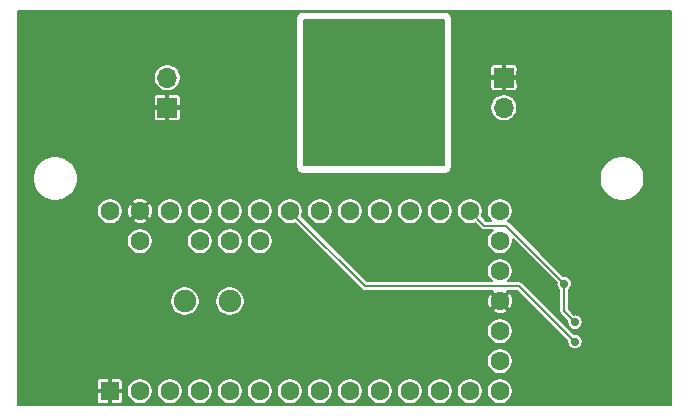
<source format=gbr>
G04 #@! TF.GenerationSoftware,KiCad,Pcbnew,(5.1.5)-2*
G04 #@! TF.CreationDate,2019-12-03T22:48:31+10:00*
G04 #@! TF.ProjectId,teensy-carrier,7465656e-7379-42d6-9361-72726965722e,rev?*
G04 #@! TF.SameCoordinates,Original*
G04 #@! TF.FileFunction,Copper,L2,Bot*
G04 #@! TF.FilePolarity,Positive*
%FSLAX46Y46*%
G04 Gerber Fmt 4.6, Leading zero omitted, Abs format (unit mm)*
G04 Created by KiCad (PCBNEW (5.1.5)-2) date 2019-12-03 22:48:31*
%MOMM*%
%LPD*%
G04 APERTURE LIST*
%ADD10O,1.700000X1.700000*%
%ADD11R,1.700000X1.700000*%
%ADD12C,1.900000*%
%ADD13R,1.600000X1.600000*%
%ADD14C,1.600000*%
%ADD15C,0.700000*%
%ADD16C,0.200000*%
G04 APERTURE END LIST*
D10*
X709000000Y-373500000D03*
D11*
X709000000Y-370960000D03*
D12*
X681990000Y-389890000D03*
X685800000Y-389890000D03*
D13*
X675640000Y-397510000D03*
D14*
X678180000Y-397510000D03*
X680720000Y-397510000D03*
X683260000Y-397510000D03*
X685800000Y-397510000D03*
X688340000Y-397510000D03*
X690880000Y-397510000D03*
X693420000Y-397510000D03*
X695960000Y-397510000D03*
X698500000Y-397510000D03*
X701040000Y-397510000D03*
X703580000Y-397510000D03*
X706120000Y-397510000D03*
X688340000Y-384810000D03*
X685800000Y-384810000D03*
X683260000Y-384810000D03*
X678180000Y-384810000D03*
X675640000Y-382270000D03*
X678180000Y-382270000D03*
X680720000Y-382270000D03*
X683260000Y-382270000D03*
X685800000Y-382270000D03*
X688340000Y-382270000D03*
X690880000Y-382270000D03*
X693420000Y-382270000D03*
X695960000Y-382270000D03*
X698500000Y-382270000D03*
X701040000Y-382270000D03*
X703580000Y-382270000D03*
X706120000Y-382270000D03*
X708660000Y-397510000D03*
X708660000Y-394970000D03*
X708660000Y-392430000D03*
X708660000Y-382270000D03*
X708660000Y-384810000D03*
X708660000Y-387350000D03*
X708660000Y-389890000D03*
D10*
X680500000Y-370960000D03*
D11*
X680500000Y-373500000D03*
D15*
X690400000Y-369700000D03*
X688700000Y-369700000D03*
X687100000Y-369700000D03*
X716788000Y-385444994D03*
X716788000Y-394589004D03*
X715517948Y-389636000D03*
X718312000Y-388366000D03*
X702000000Y-376000000D03*
X700000000Y-376000000D03*
X698000000Y-376000000D03*
X702000000Y-374000000D03*
X700000000Y-374000000D03*
X698000000Y-374000000D03*
X702000000Y-372000000D03*
X700000000Y-372000000D03*
X698000000Y-372000000D03*
X702000000Y-370000000D03*
X700000000Y-370000000D03*
X698000000Y-370000000D03*
X696000000Y-376000000D03*
X696000000Y-374000000D03*
X696000000Y-372000000D03*
X696000000Y-370000000D03*
X694000000Y-376000000D03*
X694000000Y-374000000D03*
X694000000Y-372000000D03*
X694000000Y-370000000D03*
X702000000Y-368000000D03*
X700000000Y-368000000D03*
X698000000Y-368000000D03*
X696000000Y-368000000D03*
X694000000Y-368000000D03*
X715010000Y-391668000D03*
X714100000Y-388400000D03*
X715010000Y-393319000D03*
D16*
X713700001Y-388000001D02*
X714100000Y-388400000D01*
X707350000Y-383500000D02*
X709200000Y-383500000D01*
X715010000Y-391668000D02*
X714100000Y-390758000D01*
X714100000Y-390758000D02*
X714100000Y-388400000D01*
X709200000Y-383500000D02*
X713700001Y-388000001D01*
X706120000Y-382270000D02*
X707350000Y-383500000D01*
X691679999Y-383069999D02*
X690880000Y-382270000D01*
X697230000Y-388620000D02*
X691679999Y-383069999D01*
X715010000Y-393319000D02*
X710311000Y-388620000D01*
X710311000Y-388620000D02*
X697230000Y-388620000D01*
G36*
X723175000Y-398675000D02*
G01*
X667825000Y-398675000D01*
X667825000Y-398310000D01*
X674538548Y-398310000D01*
X674544340Y-398368810D01*
X674561495Y-398425361D01*
X674589352Y-398477478D01*
X674626841Y-398523159D01*
X674672522Y-398560648D01*
X674724639Y-398588505D01*
X674781190Y-398605660D01*
X674840000Y-398611452D01*
X675465000Y-398610000D01*
X675540000Y-398535000D01*
X675540000Y-397610000D01*
X675740000Y-397610000D01*
X675740000Y-398535000D01*
X675815000Y-398610000D01*
X676440000Y-398611452D01*
X676498810Y-398605660D01*
X676555361Y-398588505D01*
X676607478Y-398560648D01*
X676653159Y-398523159D01*
X676690648Y-398477478D01*
X676718505Y-398425361D01*
X676735660Y-398368810D01*
X676741452Y-398310000D01*
X676740000Y-397685000D01*
X676665000Y-397610000D01*
X675740000Y-397610000D01*
X675540000Y-397610000D01*
X674615000Y-397610000D01*
X674540000Y-397685000D01*
X674538548Y-398310000D01*
X667825000Y-398310000D01*
X667825000Y-396710000D01*
X674538548Y-396710000D01*
X674540000Y-397335000D01*
X674615000Y-397410000D01*
X675540000Y-397410000D01*
X675540000Y-396485000D01*
X675740000Y-396485000D01*
X675740000Y-397410000D01*
X676665000Y-397410000D01*
X676673341Y-397401659D01*
X677080000Y-397401659D01*
X677080000Y-397618341D01*
X677122273Y-397830858D01*
X677205193Y-398031045D01*
X677325575Y-398211209D01*
X677478791Y-398364425D01*
X677658955Y-398484807D01*
X677859142Y-398567727D01*
X678071659Y-398610000D01*
X678288341Y-398610000D01*
X678500858Y-398567727D01*
X678701045Y-398484807D01*
X678881209Y-398364425D01*
X679034425Y-398211209D01*
X679154807Y-398031045D01*
X679237727Y-397830858D01*
X679280000Y-397618341D01*
X679280000Y-397401659D01*
X679620000Y-397401659D01*
X679620000Y-397618341D01*
X679662273Y-397830858D01*
X679745193Y-398031045D01*
X679865575Y-398211209D01*
X680018791Y-398364425D01*
X680198955Y-398484807D01*
X680399142Y-398567727D01*
X680611659Y-398610000D01*
X680828341Y-398610000D01*
X681040858Y-398567727D01*
X681241045Y-398484807D01*
X681421209Y-398364425D01*
X681574425Y-398211209D01*
X681694807Y-398031045D01*
X681777727Y-397830858D01*
X681820000Y-397618341D01*
X681820000Y-397401659D01*
X682160000Y-397401659D01*
X682160000Y-397618341D01*
X682202273Y-397830858D01*
X682285193Y-398031045D01*
X682405575Y-398211209D01*
X682558791Y-398364425D01*
X682738955Y-398484807D01*
X682939142Y-398567727D01*
X683151659Y-398610000D01*
X683368341Y-398610000D01*
X683580858Y-398567727D01*
X683781045Y-398484807D01*
X683961209Y-398364425D01*
X684114425Y-398211209D01*
X684234807Y-398031045D01*
X684317727Y-397830858D01*
X684360000Y-397618341D01*
X684360000Y-397401659D01*
X684700000Y-397401659D01*
X684700000Y-397618341D01*
X684742273Y-397830858D01*
X684825193Y-398031045D01*
X684945575Y-398211209D01*
X685098791Y-398364425D01*
X685278955Y-398484807D01*
X685479142Y-398567727D01*
X685691659Y-398610000D01*
X685908341Y-398610000D01*
X686120858Y-398567727D01*
X686321045Y-398484807D01*
X686501209Y-398364425D01*
X686654425Y-398211209D01*
X686774807Y-398031045D01*
X686857727Y-397830858D01*
X686900000Y-397618341D01*
X686900000Y-397401659D01*
X687240000Y-397401659D01*
X687240000Y-397618341D01*
X687282273Y-397830858D01*
X687365193Y-398031045D01*
X687485575Y-398211209D01*
X687638791Y-398364425D01*
X687818955Y-398484807D01*
X688019142Y-398567727D01*
X688231659Y-398610000D01*
X688448341Y-398610000D01*
X688660858Y-398567727D01*
X688861045Y-398484807D01*
X689041209Y-398364425D01*
X689194425Y-398211209D01*
X689314807Y-398031045D01*
X689397727Y-397830858D01*
X689440000Y-397618341D01*
X689440000Y-397401659D01*
X689780000Y-397401659D01*
X689780000Y-397618341D01*
X689822273Y-397830858D01*
X689905193Y-398031045D01*
X690025575Y-398211209D01*
X690178791Y-398364425D01*
X690358955Y-398484807D01*
X690559142Y-398567727D01*
X690771659Y-398610000D01*
X690988341Y-398610000D01*
X691200858Y-398567727D01*
X691401045Y-398484807D01*
X691581209Y-398364425D01*
X691734425Y-398211209D01*
X691854807Y-398031045D01*
X691937727Y-397830858D01*
X691980000Y-397618341D01*
X691980000Y-397401659D01*
X692320000Y-397401659D01*
X692320000Y-397618341D01*
X692362273Y-397830858D01*
X692445193Y-398031045D01*
X692565575Y-398211209D01*
X692718791Y-398364425D01*
X692898955Y-398484807D01*
X693099142Y-398567727D01*
X693311659Y-398610000D01*
X693528341Y-398610000D01*
X693740858Y-398567727D01*
X693941045Y-398484807D01*
X694121209Y-398364425D01*
X694274425Y-398211209D01*
X694394807Y-398031045D01*
X694477727Y-397830858D01*
X694520000Y-397618341D01*
X694520000Y-397401659D01*
X694860000Y-397401659D01*
X694860000Y-397618341D01*
X694902273Y-397830858D01*
X694985193Y-398031045D01*
X695105575Y-398211209D01*
X695258791Y-398364425D01*
X695438955Y-398484807D01*
X695639142Y-398567727D01*
X695851659Y-398610000D01*
X696068341Y-398610000D01*
X696280858Y-398567727D01*
X696481045Y-398484807D01*
X696661209Y-398364425D01*
X696814425Y-398211209D01*
X696934807Y-398031045D01*
X697017727Y-397830858D01*
X697060000Y-397618341D01*
X697060000Y-397401659D01*
X697400000Y-397401659D01*
X697400000Y-397618341D01*
X697442273Y-397830858D01*
X697525193Y-398031045D01*
X697645575Y-398211209D01*
X697798791Y-398364425D01*
X697978955Y-398484807D01*
X698179142Y-398567727D01*
X698391659Y-398610000D01*
X698608341Y-398610000D01*
X698820858Y-398567727D01*
X699021045Y-398484807D01*
X699201209Y-398364425D01*
X699354425Y-398211209D01*
X699474807Y-398031045D01*
X699557727Y-397830858D01*
X699600000Y-397618341D01*
X699600000Y-397401659D01*
X699940000Y-397401659D01*
X699940000Y-397618341D01*
X699982273Y-397830858D01*
X700065193Y-398031045D01*
X700185575Y-398211209D01*
X700338791Y-398364425D01*
X700518955Y-398484807D01*
X700719142Y-398567727D01*
X700931659Y-398610000D01*
X701148341Y-398610000D01*
X701360858Y-398567727D01*
X701561045Y-398484807D01*
X701741209Y-398364425D01*
X701894425Y-398211209D01*
X702014807Y-398031045D01*
X702097727Y-397830858D01*
X702140000Y-397618341D01*
X702140000Y-397401659D01*
X702480000Y-397401659D01*
X702480000Y-397618341D01*
X702522273Y-397830858D01*
X702605193Y-398031045D01*
X702725575Y-398211209D01*
X702878791Y-398364425D01*
X703058955Y-398484807D01*
X703259142Y-398567727D01*
X703471659Y-398610000D01*
X703688341Y-398610000D01*
X703900858Y-398567727D01*
X704101045Y-398484807D01*
X704281209Y-398364425D01*
X704434425Y-398211209D01*
X704554807Y-398031045D01*
X704637727Y-397830858D01*
X704680000Y-397618341D01*
X704680000Y-397401659D01*
X705020000Y-397401659D01*
X705020000Y-397618341D01*
X705062273Y-397830858D01*
X705145193Y-398031045D01*
X705265575Y-398211209D01*
X705418791Y-398364425D01*
X705598955Y-398484807D01*
X705799142Y-398567727D01*
X706011659Y-398610000D01*
X706228341Y-398610000D01*
X706440858Y-398567727D01*
X706641045Y-398484807D01*
X706821209Y-398364425D01*
X706974425Y-398211209D01*
X707094807Y-398031045D01*
X707177727Y-397830858D01*
X707220000Y-397618341D01*
X707220000Y-397401659D01*
X707560000Y-397401659D01*
X707560000Y-397618341D01*
X707602273Y-397830858D01*
X707685193Y-398031045D01*
X707805575Y-398211209D01*
X707958791Y-398364425D01*
X708138955Y-398484807D01*
X708339142Y-398567727D01*
X708551659Y-398610000D01*
X708768341Y-398610000D01*
X708980858Y-398567727D01*
X709181045Y-398484807D01*
X709361209Y-398364425D01*
X709514425Y-398211209D01*
X709634807Y-398031045D01*
X709717727Y-397830858D01*
X709760000Y-397618341D01*
X709760000Y-397401659D01*
X709717727Y-397189142D01*
X709634807Y-396988955D01*
X709514425Y-396808791D01*
X709361209Y-396655575D01*
X709181045Y-396535193D01*
X708980858Y-396452273D01*
X708768341Y-396410000D01*
X708551659Y-396410000D01*
X708339142Y-396452273D01*
X708138955Y-396535193D01*
X707958791Y-396655575D01*
X707805575Y-396808791D01*
X707685193Y-396988955D01*
X707602273Y-397189142D01*
X707560000Y-397401659D01*
X707220000Y-397401659D01*
X707177727Y-397189142D01*
X707094807Y-396988955D01*
X706974425Y-396808791D01*
X706821209Y-396655575D01*
X706641045Y-396535193D01*
X706440858Y-396452273D01*
X706228341Y-396410000D01*
X706011659Y-396410000D01*
X705799142Y-396452273D01*
X705598955Y-396535193D01*
X705418791Y-396655575D01*
X705265575Y-396808791D01*
X705145193Y-396988955D01*
X705062273Y-397189142D01*
X705020000Y-397401659D01*
X704680000Y-397401659D01*
X704637727Y-397189142D01*
X704554807Y-396988955D01*
X704434425Y-396808791D01*
X704281209Y-396655575D01*
X704101045Y-396535193D01*
X703900858Y-396452273D01*
X703688341Y-396410000D01*
X703471659Y-396410000D01*
X703259142Y-396452273D01*
X703058955Y-396535193D01*
X702878791Y-396655575D01*
X702725575Y-396808791D01*
X702605193Y-396988955D01*
X702522273Y-397189142D01*
X702480000Y-397401659D01*
X702140000Y-397401659D01*
X702097727Y-397189142D01*
X702014807Y-396988955D01*
X701894425Y-396808791D01*
X701741209Y-396655575D01*
X701561045Y-396535193D01*
X701360858Y-396452273D01*
X701148341Y-396410000D01*
X700931659Y-396410000D01*
X700719142Y-396452273D01*
X700518955Y-396535193D01*
X700338791Y-396655575D01*
X700185575Y-396808791D01*
X700065193Y-396988955D01*
X699982273Y-397189142D01*
X699940000Y-397401659D01*
X699600000Y-397401659D01*
X699557727Y-397189142D01*
X699474807Y-396988955D01*
X699354425Y-396808791D01*
X699201209Y-396655575D01*
X699021045Y-396535193D01*
X698820858Y-396452273D01*
X698608341Y-396410000D01*
X698391659Y-396410000D01*
X698179142Y-396452273D01*
X697978955Y-396535193D01*
X697798791Y-396655575D01*
X697645575Y-396808791D01*
X697525193Y-396988955D01*
X697442273Y-397189142D01*
X697400000Y-397401659D01*
X697060000Y-397401659D01*
X697017727Y-397189142D01*
X696934807Y-396988955D01*
X696814425Y-396808791D01*
X696661209Y-396655575D01*
X696481045Y-396535193D01*
X696280858Y-396452273D01*
X696068341Y-396410000D01*
X695851659Y-396410000D01*
X695639142Y-396452273D01*
X695438955Y-396535193D01*
X695258791Y-396655575D01*
X695105575Y-396808791D01*
X694985193Y-396988955D01*
X694902273Y-397189142D01*
X694860000Y-397401659D01*
X694520000Y-397401659D01*
X694477727Y-397189142D01*
X694394807Y-396988955D01*
X694274425Y-396808791D01*
X694121209Y-396655575D01*
X693941045Y-396535193D01*
X693740858Y-396452273D01*
X693528341Y-396410000D01*
X693311659Y-396410000D01*
X693099142Y-396452273D01*
X692898955Y-396535193D01*
X692718791Y-396655575D01*
X692565575Y-396808791D01*
X692445193Y-396988955D01*
X692362273Y-397189142D01*
X692320000Y-397401659D01*
X691980000Y-397401659D01*
X691937727Y-397189142D01*
X691854807Y-396988955D01*
X691734425Y-396808791D01*
X691581209Y-396655575D01*
X691401045Y-396535193D01*
X691200858Y-396452273D01*
X690988341Y-396410000D01*
X690771659Y-396410000D01*
X690559142Y-396452273D01*
X690358955Y-396535193D01*
X690178791Y-396655575D01*
X690025575Y-396808791D01*
X689905193Y-396988955D01*
X689822273Y-397189142D01*
X689780000Y-397401659D01*
X689440000Y-397401659D01*
X689397727Y-397189142D01*
X689314807Y-396988955D01*
X689194425Y-396808791D01*
X689041209Y-396655575D01*
X688861045Y-396535193D01*
X688660858Y-396452273D01*
X688448341Y-396410000D01*
X688231659Y-396410000D01*
X688019142Y-396452273D01*
X687818955Y-396535193D01*
X687638791Y-396655575D01*
X687485575Y-396808791D01*
X687365193Y-396988955D01*
X687282273Y-397189142D01*
X687240000Y-397401659D01*
X686900000Y-397401659D01*
X686857727Y-397189142D01*
X686774807Y-396988955D01*
X686654425Y-396808791D01*
X686501209Y-396655575D01*
X686321045Y-396535193D01*
X686120858Y-396452273D01*
X685908341Y-396410000D01*
X685691659Y-396410000D01*
X685479142Y-396452273D01*
X685278955Y-396535193D01*
X685098791Y-396655575D01*
X684945575Y-396808791D01*
X684825193Y-396988955D01*
X684742273Y-397189142D01*
X684700000Y-397401659D01*
X684360000Y-397401659D01*
X684317727Y-397189142D01*
X684234807Y-396988955D01*
X684114425Y-396808791D01*
X683961209Y-396655575D01*
X683781045Y-396535193D01*
X683580858Y-396452273D01*
X683368341Y-396410000D01*
X683151659Y-396410000D01*
X682939142Y-396452273D01*
X682738955Y-396535193D01*
X682558791Y-396655575D01*
X682405575Y-396808791D01*
X682285193Y-396988955D01*
X682202273Y-397189142D01*
X682160000Y-397401659D01*
X681820000Y-397401659D01*
X681777727Y-397189142D01*
X681694807Y-396988955D01*
X681574425Y-396808791D01*
X681421209Y-396655575D01*
X681241045Y-396535193D01*
X681040858Y-396452273D01*
X680828341Y-396410000D01*
X680611659Y-396410000D01*
X680399142Y-396452273D01*
X680198955Y-396535193D01*
X680018791Y-396655575D01*
X679865575Y-396808791D01*
X679745193Y-396988955D01*
X679662273Y-397189142D01*
X679620000Y-397401659D01*
X679280000Y-397401659D01*
X679237727Y-397189142D01*
X679154807Y-396988955D01*
X679034425Y-396808791D01*
X678881209Y-396655575D01*
X678701045Y-396535193D01*
X678500858Y-396452273D01*
X678288341Y-396410000D01*
X678071659Y-396410000D01*
X677859142Y-396452273D01*
X677658955Y-396535193D01*
X677478791Y-396655575D01*
X677325575Y-396808791D01*
X677205193Y-396988955D01*
X677122273Y-397189142D01*
X677080000Y-397401659D01*
X676673341Y-397401659D01*
X676740000Y-397335000D01*
X676741452Y-396710000D01*
X676735660Y-396651190D01*
X676718505Y-396594639D01*
X676690648Y-396542522D01*
X676653159Y-396496841D01*
X676607478Y-396459352D01*
X676555361Y-396431495D01*
X676498810Y-396414340D01*
X676440000Y-396408548D01*
X675815000Y-396410000D01*
X675740000Y-396485000D01*
X675540000Y-396485000D01*
X675465000Y-396410000D01*
X674840000Y-396408548D01*
X674781190Y-396414340D01*
X674724639Y-396431495D01*
X674672522Y-396459352D01*
X674626841Y-396496841D01*
X674589352Y-396542522D01*
X674561495Y-396594639D01*
X674544340Y-396651190D01*
X674538548Y-396710000D01*
X667825000Y-396710000D01*
X667825000Y-394861659D01*
X707560000Y-394861659D01*
X707560000Y-395078341D01*
X707602273Y-395290858D01*
X707685193Y-395491045D01*
X707805575Y-395671209D01*
X707958791Y-395824425D01*
X708138955Y-395944807D01*
X708339142Y-396027727D01*
X708551659Y-396070000D01*
X708768341Y-396070000D01*
X708980858Y-396027727D01*
X709181045Y-395944807D01*
X709361209Y-395824425D01*
X709514425Y-395671209D01*
X709634807Y-395491045D01*
X709717727Y-395290858D01*
X709760000Y-395078341D01*
X709760000Y-394861659D01*
X709717727Y-394649142D01*
X709634807Y-394448955D01*
X709514425Y-394268791D01*
X709361209Y-394115575D01*
X709181045Y-393995193D01*
X708980858Y-393912273D01*
X708768341Y-393870000D01*
X708551659Y-393870000D01*
X708339142Y-393912273D01*
X708138955Y-393995193D01*
X707958791Y-394115575D01*
X707805575Y-394268791D01*
X707685193Y-394448955D01*
X707602273Y-394649142D01*
X707560000Y-394861659D01*
X667825000Y-394861659D01*
X667825000Y-392321659D01*
X707560000Y-392321659D01*
X707560000Y-392538341D01*
X707602273Y-392750858D01*
X707685193Y-392951045D01*
X707805575Y-393131209D01*
X707958791Y-393284425D01*
X708138955Y-393404807D01*
X708339142Y-393487727D01*
X708551659Y-393530000D01*
X708768341Y-393530000D01*
X708980858Y-393487727D01*
X709181045Y-393404807D01*
X709361209Y-393284425D01*
X709514425Y-393131209D01*
X709634807Y-392951045D01*
X709717727Y-392750858D01*
X709760000Y-392538341D01*
X709760000Y-392321659D01*
X709717727Y-392109142D01*
X709634807Y-391908955D01*
X709514425Y-391728791D01*
X709361209Y-391575575D01*
X709181045Y-391455193D01*
X708980858Y-391372273D01*
X708768341Y-391330000D01*
X708551659Y-391330000D01*
X708339142Y-391372273D01*
X708138955Y-391455193D01*
X707958791Y-391575575D01*
X707805575Y-391728791D01*
X707685193Y-391908955D01*
X707602273Y-392109142D01*
X707560000Y-392321659D01*
X667825000Y-392321659D01*
X667825000Y-389766886D01*
X680740000Y-389766886D01*
X680740000Y-390013114D01*
X680788037Y-390254611D01*
X680882265Y-390482097D01*
X681019062Y-390686828D01*
X681193172Y-390860938D01*
X681397903Y-390997735D01*
X681625389Y-391091963D01*
X681866886Y-391140000D01*
X682113114Y-391140000D01*
X682354611Y-391091963D01*
X682582097Y-390997735D01*
X682786828Y-390860938D01*
X682960938Y-390686828D01*
X683097735Y-390482097D01*
X683191963Y-390254611D01*
X683240000Y-390013114D01*
X683240000Y-389766886D01*
X684550000Y-389766886D01*
X684550000Y-390013114D01*
X684598037Y-390254611D01*
X684692265Y-390482097D01*
X684829062Y-390686828D01*
X685003172Y-390860938D01*
X685207903Y-390997735D01*
X685435389Y-391091963D01*
X685676886Y-391140000D01*
X685923114Y-391140000D01*
X686164611Y-391091963D01*
X686392097Y-390997735D01*
X686596828Y-390860938D01*
X686770938Y-390686828D01*
X686771612Y-390685819D01*
X708005602Y-390685819D01*
X708093874Y-390839335D01*
X708289958Y-390931540D01*
X708500263Y-390983719D01*
X708716706Y-390993867D01*
X708930970Y-390961593D01*
X709134821Y-390888139D01*
X709226126Y-390839335D01*
X709314398Y-390685819D01*
X708660000Y-390031421D01*
X708005602Y-390685819D01*
X686771612Y-390685819D01*
X686907735Y-390482097D01*
X687001963Y-390254611D01*
X687050000Y-390013114D01*
X687050000Y-389946706D01*
X707556133Y-389946706D01*
X707588407Y-390160970D01*
X707661861Y-390364821D01*
X707710665Y-390456126D01*
X707864181Y-390544398D01*
X708518579Y-389890000D01*
X708801421Y-389890000D01*
X709455819Y-390544398D01*
X709609335Y-390456126D01*
X709701540Y-390260042D01*
X709753719Y-390049737D01*
X709763867Y-389833294D01*
X709731593Y-389619030D01*
X709658139Y-389415179D01*
X709609335Y-389323874D01*
X709455819Y-389235602D01*
X708801421Y-389890000D01*
X708518579Y-389890000D01*
X707864181Y-389235602D01*
X707710665Y-389323874D01*
X707618460Y-389519958D01*
X707566281Y-389730263D01*
X707556133Y-389946706D01*
X687050000Y-389946706D01*
X687050000Y-389766886D01*
X687001963Y-389525389D01*
X686907735Y-389297903D01*
X686770938Y-389093172D01*
X686596828Y-388919062D01*
X686392097Y-388782265D01*
X686164611Y-388688037D01*
X685923114Y-388640000D01*
X685676886Y-388640000D01*
X685435389Y-388688037D01*
X685207903Y-388782265D01*
X685003172Y-388919062D01*
X684829062Y-389093172D01*
X684692265Y-389297903D01*
X684598037Y-389525389D01*
X684550000Y-389766886D01*
X683240000Y-389766886D01*
X683191963Y-389525389D01*
X683097735Y-389297903D01*
X682960938Y-389093172D01*
X682786828Y-388919062D01*
X682582097Y-388782265D01*
X682354611Y-388688037D01*
X682113114Y-388640000D01*
X681866886Y-388640000D01*
X681625389Y-388688037D01*
X681397903Y-388782265D01*
X681193172Y-388919062D01*
X681019062Y-389093172D01*
X680882265Y-389297903D01*
X680788037Y-389525389D01*
X680740000Y-389766886D01*
X667825000Y-389766886D01*
X667825000Y-384701659D01*
X677080000Y-384701659D01*
X677080000Y-384918341D01*
X677122273Y-385130858D01*
X677205193Y-385331045D01*
X677325575Y-385511209D01*
X677478791Y-385664425D01*
X677658955Y-385784807D01*
X677859142Y-385867727D01*
X678071659Y-385910000D01*
X678288341Y-385910000D01*
X678500858Y-385867727D01*
X678701045Y-385784807D01*
X678881209Y-385664425D01*
X679034425Y-385511209D01*
X679154807Y-385331045D01*
X679237727Y-385130858D01*
X679280000Y-384918341D01*
X679280000Y-384701659D01*
X682160000Y-384701659D01*
X682160000Y-384918341D01*
X682202273Y-385130858D01*
X682285193Y-385331045D01*
X682405575Y-385511209D01*
X682558791Y-385664425D01*
X682738955Y-385784807D01*
X682939142Y-385867727D01*
X683151659Y-385910000D01*
X683368341Y-385910000D01*
X683580858Y-385867727D01*
X683781045Y-385784807D01*
X683961209Y-385664425D01*
X684114425Y-385511209D01*
X684234807Y-385331045D01*
X684317727Y-385130858D01*
X684360000Y-384918341D01*
X684360000Y-384701659D01*
X684700000Y-384701659D01*
X684700000Y-384918341D01*
X684742273Y-385130858D01*
X684825193Y-385331045D01*
X684945575Y-385511209D01*
X685098791Y-385664425D01*
X685278955Y-385784807D01*
X685479142Y-385867727D01*
X685691659Y-385910000D01*
X685908341Y-385910000D01*
X686120858Y-385867727D01*
X686321045Y-385784807D01*
X686501209Y-385664425D01*
X686654425Y-385511209D01*
X686774807Y-385331045D01*
X686857727Y-385130858D01*
X686900000Y-384918341D01*
X686900000Y-384701659D01*
X687240000Y-384701659D01*
X687240000Y-384918341D01*
X687282273Y-385130858D01*
X687365193Y-385331045D01*
X687485575Y-385511209D01*
X687638791Y-385664425D01*
X687818955Y-385784807D01*
X688019142Y-385867727D01*
X688231659Y-385910000D01*
X688448341Y-385910000D01*
X688660858Y-385867727D01*
X688861045Y-385784807D01*
X689041209Y-385664425D01*
X689194425Y-385511209D01*
X689314807Y-385331045D01*
X689397727Y-385130858D01*
X689440000Y-384918341D01*
X689440000Y-384701659D01*
X689397727Y-384489142D01*
X689314807Y-384288955D01*
X689194425Y-384108791D01*
X689041209Y-383955575D01*
X688861045Y-383835193D01*
X688660858Y-383752273D01*
X688448341Y-383710000D01*
X688231659Y-383710000D01*
X688019142Y-383752273D01*
X687818955Y-383835193D01*
X687638791Y-383955575D01*
X687485575Y-384108791D01*
X687365193Y-384288955D01*
X687282273Y-384489142D01*
X687240000Y-384701659D01*
X686900000Y-384701659D01*
X686857727Y-384489142D01*
X686774807Y-384288955D01*
X686654425Y-384108791D01*
X686501209Y-383955575D01*
X686321045Y-383835193D01*
X686120858Y-383752273D01*
X685908341Y-383710000D01*
X685691659Y-383710000D01*
X685479142Y-383752273D01*
X685278955Y-383835193D01*
X685098791Y-383955575D01*
X684945575Y-384108791D01*
X684825193Y-384288955D01*
X684742273Y-384489142D01*
X684700000Y-384701659D01*
X684360000Y-384701659D01*
X684317727Y-384489142D01*
X684234807Y-384288955D01*
X684114425Y-384108791D01*
X683961209Y-383955575D01*
X683781045Y-383835193D01*
X683580858Y-383752273D01*
X683368341Y-383710000D01*
X683151659Y-383710000D01*
X682939142Y-383752273D01*
X682738955Y-383835193D01*
X682558791Y-383955575D01*
X682405575Y-384108791D01*
X682285193Y-384288955D01*
X682202273Y-384489142D01*
X682160000Y-384701659D01*
X679280000Y-384701659D01*
X679237727Y-384489142D01*
X679154807Y-384288955D01*
X679034425Y-384108791D01*
X678881209Y-383955575D01*
X678701045Y-383835193D01*
X678500858Y-383752273D01*
X678288341Y-383710000D01*
X678071659Y-383710000D01*
X677859142Y-383752273D01*
X677658955Y-383835193D01*
X677478791Y-383955575D01*
X677325575Y-384108791D01*
X677205193Y-384288955D01*
X677122273Y-384489142D01*
X677080000Y-384701659D01*
X667825000Y-384701659D01*
X667825000Y-382161659D01*
X674540000Y-382161659D01*
X674540000Y-382378341D01*
X674582273Y-382590858D01*
X674665193Y-382791045D01*
X674785575Y-382971209D01*
X674938791Y-383124425D01*
X675118955Y-383244807D01*
X675319142Y-383327727D01*
X675531659Y-383370000D01*
X675748341Y-383370000D01*
X675960858Y-383327727D01*
X676161045Y-383244807D01*
X676341209Y-383124425D01*
X676399815Y-383065819D01*
X677525602Y-383065819D01*
X677613874Y-383219335D01*
X677809958Y-383311540D01*
X678020263Y-383363719D01*
X678236706Y-383373867D01*
X678450970Y-383341593D01*
X678654821Y-383268139D01*
X678746126Y-383219335D01*
X678834398Y-383065819D01*
X678180000Y-382411421D01*
X677525602Y-383065819D01*
X676399815Y-383065819D01*
X676494425Y-382971209D01*
X676614807Y-382791045D01*
X676697727Y-382590858D01*
X676740000Y-382378341D01*
X676740000Y-382326706D01*
X677076133Y-382326706D01*
X677108407Y-382540970D01*
X677181861Y-382744821D01*
X677230665Y-382836126D01*
X677384181Y-382924398D01*
X678038579Y-382270000D01*
X678321421Y-382270000D01*
X678975819Y-382924398D01*
X679129335Y-382836126D01*
X679221540Y-382640042D01*
X679273719Y-382429737D01*
X679283867Y-382213294D01*
X679276090Y-382161659D01*
X679620000Y-382161659D01*
X679620000Y-382378341D01*
X679662273Y-382590858D01*
X679745193Y-382791045D01*
X679865575Y-382971209D01*
X680018791Y-383124425D01*
X680198955Y-383244807D01*
X680399142Y-383327727D01*
X680611659Y-383370000D01*
X680828341Y-383370000D01*
X681040858Y-383327727D01*
X681241045Y-383244807D01*
X681421209Y-383124425D01*
X681574425Y-382971209D01*
X681694807Y-382791045D01*
X681777727Y-382590858D01*
X681820000Y-382378341D01*
X681820000Y-382161659D01*
X682160000Y-382161659D01*
X682160000Y-382378341D01*
X682202273Y-382590858D01*
X682285193Y-382791045D01*
X682405575Y-382971209D01*
X682558791Y-383124425D01*
X682738955Y-383244807D01*
X682939142Y-383327727D01*
X683151659Y-383370000D01*
X683368341Y-383370000D01*
X683580858Y-383327727D01*
X683781045Y-383244807D01*
X683961209Y-383124425D01*
X684114425Y-382971209D01*
X684234807Y-382791045D01*
X684317727Y-382590858D01*
X684360000Y-382378341D01*
X684360000Y-382161659D01*
X684700000Y-382161659D01*
X684700000Y-382378341D01*
X684742273Y-382590858D01*
X684825193Y-382791045D01*
X684945575Y-382971209D01*
X685098791Y-383124425D01*
X685278955Y-383244807D01*
X685479142Y-383327727D01*
X685691659Y-383370000D01*
X685908341Y-383370000D01*
X686120858Y-383327727D01*
X686321045Y-383244807D01*
X686501209Y-383124425D01*
X686654425Y-382971209D01*
X686774807Y-382791045D01*
X686857727Y-382590858D01*
X686900000Y-382378341D01*
X686900000Y-382161659D01*
X687240000Y-382161659D01*
X687240000Y-382378341D01*
X687282273Y-382590858D01*
X687365193Y-382791045D01*
X687485575Y-382971209D01*
X687638791Y-383124425D01*
X687818955Y-383244807D01*
X688019142Y-383327727D01*
X688231659Y-383370000D01*
X688448341Y-383370000D01*
X688660858Y-383327727D01*
X688861045Y-383244807D01*
X689041209Y-383124425D01*
X689194425Y-382971209D01*
X689314807Y-382791045D01*
X689397727Y-382590858D01*
X689440000Y-382378341D01*
X689440000Y-382161659D01*
X689780000Y-382161659D01*
X689780000Y-382378341D01*
X689822273Y-382590858D01*
X689905193Y-382791045D01*
X690025575Y-382971209D01*
X690178791Y-383124425D01*
X690358955Y-383244807D01*
X690559142Y-383327727D01*
X690771659Y-383370000D01*
X690988341Y-383370000D01*
X691200858Y-383327727D01*
X691321903Y-383277588D01*
X696933263Y-388888948D01*
X696945789Y-388904211D01*
X696961050Y-388916735D01*
X697006697Y-388954197D01*
X697076186Y-388991340D01*
X697151586Y-389014212D01*
X697230000Y-389021935D01*
X697249647Y-389020000D01*
X708048256Y-389020000D01*
X708005602Y-389094181D01*
X708660000Y-389748579D01*
X709314398Y-389094181D01*
X709271744Y-389020000D01*
X710145315Y-389020000D01*
X714363367Y-393238052D01*
X714360000Y-393254981D01*
X714360000Y-393383019D01*
X714384979Y-393508598D01*
X714433978Y-393626890D01*
X714505112Y-393733351D01*
X714595649Y-393823888D01*
X714702110Y-393895022D01*
X714820402Y-393944021D01*
X714945981Y-393969000D01*
X715074019Y-393969000D01*
X715199598Y-393944021D01*
X715317890Y-393895022D01*
X715424351Y-393823888D01*
X715514888Y-393733351D01*
X715586022Y-393626890D01*
X715635021Y-393508598D01*
X715660000Y-393383019D01*
X715660000Y-393254981D01*
X715635021Y-393129402D01*
X715586022Y-393011110D01*
X715514888Y-392904649D01*
X715424351Y-392814112D01*
X715317890Y-392742978D01*
X715199598Y-392693979D01*
X715074019Y-392669000D01*
X714945981Y-392669000D01*
X714929052Y-392672367D01*
X710607735Y-388351050D01*
X710595211Y-388335789D01*
X710534303Y-388285803D01*
X710464814Y-388248660D01*
X710389414Y-388225788D01*
X710330647Y-388220000D01*
X710330646Y-388220000D01*
X710311000Y-388218065D01*
X710291354Y-388220000D01*
X709337899Y-388220000D01*
X709361209Y-388204425D01*
X709514425Y-388051209D01*
X709634807Y-387871045D01*
X709717727Y-387670858D01*
X709760000Y-387458341D01*
X709760000Y-387241659D01*
X709717727Y-387029142D01*
X709634807Y-386828955D01*
X709514425Y-386648791D01*
X709361209Y-386495575D01*
X709181045Y-386375193D01*
X708980858Y-386292273D01*
X708768341Y-386250000D01*
X708551659Y-386250000D01*
X708339142Y-386292273D01*
X708138955Y-386375193D01*
X707958791Y-386495575D01*
X707805575Y-386648791D01*
X707685193Y-386828955D01*
X707602273Y-387029142D01*
X707560000Y-387241659D01*
X707560000Y-387458341D01*
X707602273Y-387670858D01*
X707685193Y-387871045D01*
X707805575Y-388051209D01*
X707958791Y-388204425D01*
X707982101Y-388220000D01*
X697395685Y-388220000D01*
X691887588Y-382711903D01*
X691937727Y-382590858D01*
X691980000Y-382378341D01*
X691980000Y-382161659D01*
X692320000Y-382161659D01*
X692320000Y-382378341D01*
X692362273Y-382590858D01*
X692445193Y-382791045D01*
X692565575Y-382971209D01*
X692718791Y-383124425D01*
X692898955Y-383244807D01*
X693099142Y-383327727D01*
X693311659Y-383370000D01*
X693528341Y-383370000D01*
X693740858Y-383327727D01*
X693941045Y-383244807D01*
X694121209Y-383124425D01*
X694274425Y-382971209D01*
X694394807Y-382791045D01*
X694477727Y-382590858D01*
X694520000Y-382378341D01*
X694520000Y-382161659D01*
X694860000Y-382161659D01*
X694860000Y-382378341D01*
X694902273Y-382590858D01*
X694985193Y-382791045D01*
X695105575Y-382971209D01*
X695258791Y-383124425D01*
X695438955Y-383244807D01*
X695639142Y-383327727D01*
X695851659Y-383370000D01*
X696068341Y-383370000D01*
X696280858Y-383327727D01*
X696481045Y-383244807D01*
X696661209Y-383124425D01*
X696814425Y-382971209D01*
X696934807Y-382791045D01*
X697017727Y-382590858D01*
X697060000Y-382378341D01*
X697060000Y-382161659D01*
X697400000Y-382161659D01*
X697400000Y-382378341D01*
X697442273Y-382590858D01*
X697525193Y-382791045D01*
X697645575Y-382971209D01*
X697798791Y-383124425D01*
X697978955Y-383244807D01*
X698179142Y-383327727D01*
X698391659Y-383370000D01*
X698608341Y-383370000D01*
X698820858Y-383327727D01*
X699021045Y-383244807D01*
X699201209Y-383124425D01*
X699354425Y-382971209D01*
X699474807Y-382791045D01*
X699557727Y-382590858D01*
X699600000Y-382378341D01*
X699600000Y-382161659D01*
X699940000Y-382161659D01*
X699940000Y-382378341D01*
X699982273Y-382590858D01*
X700065193Y-382791045D01*
X700185575Y-382971209D01*
X700338791Y-383124425D01*
X700518955Y-383244807D01*
X700719142Y-383327727D01*
X700931659Y-383370000D01*
X701148341Y-383370000D01*
X701360858Y-383327727D01*
X701561045Y-383244807D01*
X701741209Y-383124425D01*
X701894425Y-382971209D01*
X702014807Y-382791045D01*
X702097727Y-382590858D01*
X702140000Y-382378341D01*
X702140000Y-382161659D01*
X702480000Y-382161659D01*
X702480000Y-382378341D01*
X702522273Y-382590858D01*
X702605193Y-382791045D01*
X702725575Y-382971209D01*
X702878791Y-383124425D01*
X703058955Y-383244807D01*
X703259142Y-383327727D01*
X703471659Y-383370000D01*
X703688341Y-383370000D01*
X703900858Y-383327727D01*
X704101045Y-383244807D01*
X704281209Y-383124425D01*
X704434425Y-382971209D01*
X704554807Y-382791045D01*
X704637727Y-382590858D01*
X704680000Y-382378341D01*
X704680000Y-382161659D01*
X705020000Y-382161659D01*
X705020000Y-382378341D01*
X705062273Y-382590858D01*
X705145193Y-382791045D01*
X705265575Y-382971209D01*
X705418791Y-383124425D01*
X705598955Y-383244807D01*
X705799142Y-383327727D01*
X706011659Y-383370000D01*
X706228341Y-383370000D01*
X706440858Y-383327727D01*
X706561903Y-383277588D01*
X707053263Y-383768948D01*
X707065789Y-383784211D01*
X707081050Y-383796735D01*
X707126697Y-383834197D01*
X707196186Y-383871340D01*
X707271586Y-383894212D01*
X707350000Y-383901935D01*
X707369647Y-383900000D01*
X708041965Y-383900000D01*
X707958791Y-383955575D01*
X707805575Y-384108791D01*
X707685193Y-384288955D01*
X707602273Y-384489142D01*
X707560000Y-384701659D01*
X707560000Y-384918341D01*
X707602273Y-385130858D01*
X707685193Y-385331045D01*
X707805575Y-385511209D01*
X707958791Y-385664425D01*
X708138955Y-385784807D01*
X708339142Y-385867727D01*
X708551659Y-385910000D01*
X708768341Y-385910000D01*
X708980858Y-385867727D01*
X709181045Y-385784807D01*
X709361209Y-385664425D01*
X709514425Y-385511209D01*
X709634807Y-385331045D01*
X709717727Y-385130858D01*
X709760000Y-384918341D01*
X709760000Y-384701659D01*
X709741135Y-384606820D01*
X713453367Y-388319052D01*
X713450000Y-388335981D01*
X713450000Y-388464019D01*
X713474979Y-388589598D01*
X713523978Y-388707890D01*
X713595112Y-388814351D01*
X713685649Y-388904888D01*
X713700001Y-388914477D01*
X713700000Y-390738353D01*
X713698065Y-390758000D01*
X713700000Y-390777646D01*
X713705788Y-390836413D01*
X713728660Y-390911813D01*
X713765803Y-390981302D01*
X713815789Y-391042211D01*
X713831052Y-391054737D01*
X714363367Y-391587052D01*
X714360000Y-391603981D01*
X714360000Y-391732019D01*
X714384979Y-391857598D01*
X714433978Y-391975890D01*
X714505112Y-392082351D01*
X714595649Y-392172888D01*
X714702110Y-392244022D01*
X714820402Y-392293021D01*
X714945981Y-392318000D01*
X715074019Y-392318000D01*
X715199598Y-392293021D01*
X715317890Y-392244022D01*
X715424351Y-392172888D01*
X715514888Y-392082351D01*
X715586022Y-391975890D01*
X715635021Y-391857598D01*
X715660000Y-391732019D01*
X715660000Y-391603981D01*
X715635021Y-391478402D01*
X715586022Y-391360110D01*
X715514888Y-391253649D01*
X715424351Y-391163112D01*
X715317890Y-391091978D01*
X715199598Y-391042979D01*
X715074019Y-391018000D01*
X714945981Y-391018000D01*
X714929052Y-391021367D01*
X714500000Y-390592315D01*
X714500000Y-388914477D01*
X714514351Y-388904888D01*
X714604888Y-388814351D01*
X714676022Y-388707890D01*
X714725021Y-388589598D01*
X714750000Y-388464019D01*
X714750000Y-388335981D01*
X714725021Y-388210402D01*
X714676022Y-388092110D01*
X714604888Y-387985649D01*
X714514351Y-387895112D01*
X714407890Y-387823978D01*
X714289598Y-387774979D01*
X714164019Y-387750000D01*
X714035981Y-387750000D01*
X714019052Y-387753367D01*
X709496735Y-383231050D01*
X709484211Y-383215789D01*
X709423303Y-383165803D01*
X709354401Y-383128974D01*
X709361209Y-383124425D01*
X709514425Y-382971209D01*
X709634807Y-382791045D01*
X709717727Y-382590858D01*
X709760000Y-382378341D01*
X709760000Y-382161659D01*
X709717727Y-381949142D01*
X709634807Y-381748955D01*
X709514425Y-381568791D01*
X709361209Y-381415575D01*
X709181045Y-381295193D01*
X708980858Y-381212273D01*
X708768341Y-381170000D01*
X708551659Y-381170000D01*
X708339142Y-381212273D01*
X708138955Y-381295193D01*
X707958791Y-381415575D01*
X707805575Y-381568791D01*
X707685193Y-381748955D01*
X707602273Y-381949142D01*
X707560000Y-382161659D01*
X707560000Y-382378341D01*
X707602273Y-382590858D01*
X707685193Y-382791045D01*
X707805575Y-382971209D01*
X707934366Y-383100000D01*
X707515685Y-383100000D01*
X707127588Y-382711903D01*
X707177727Y-382590858D01*
X707220000Y-382378341D01*
X707220000Y-382161659D01*
X707177727Y-381949142D01*
X707094807Y-381748955D01*
X706974425Y-381568791D01*
X706821209Y-381415575D01*
X706641045Y-381295193D01*
X706440858Y-381212273D01*
X706228341Y-381170000D01*
X706011659Y-381170000D01*
X705799142Y-381212273D01*
X705598955Y-381295193D01*
X705418791Y-381415575D01*
X705265575Y-381568791D01*
X705145193Y-381748955D01*
X705062273Y-381949142D01*
X705020000Y-382161659D01*
X704680000Y-382161659D01*
X704637727Y-381949142D01*
X704554807Y-381748955D01*
X704434425Y-381568791D01*
X704281209Y-381415575D01*
X704101045Y-381295193D01*
X703900858Y-381212273D01*
X703688341Y-381170000D01*
X703471659Y-381170000D01*
X703259142Y-381212273D01*
X703058955Y-381295193D01*
X702878791Y-381415575D01*
X702725575Y-381568791D01*
X702605193Y-381748955D01*
X702522273Y-381949142D01*
X702480000Y-382161659D01*
X702140000Y-382161659D01*
X702097727Y-381949142D01*
X702014807Y-381748955D01*
X701894425Y-381568791D01*
X701741209Y-381415575D01*
X701561045Y-381295193D01*
X701360858Y-381212273D01*
X701148341Y-381170000D01*
X700931659Y-381170000D01*
X700719142Y-381212273D01*
X700518955Y-381295193D01*
X700338791Y-381415575D01*
X700185575Y-381568791D01*
X700065193Y-381748955D01*
X699982273Y-381949142D01*
X699940000Y-382161659D01*
X699600000Y-382161659D01*
X699557727Y-381949142D01*
X699474807Y-381748955D01*
X699354425Y-381568791D01*
X699201209Y-381415575D01*
X699021045Y-381295193D01*
X698820858Y-381212273D01*
X698608341Y-381170000D01*
X698391659Y-381170000D01*
X698179142Y-381212273D01*
X697978955Y-381295193D01*
X697798791Y-381415575D01*
X697645575Y-381568791D01*
X697525193Y-381748955D01*
X697442273Y-381949142D01*
X697400000Y-382161659D01*
X697060000Y-382161659D01*
X697017727Y-381949142D01*
X696934807Y-381748955D01*
X696814425Y-381568791D01*
X696661209Y-381415575D01*
X696481045Y-381295193D01*
X696280858Y-381212273D01*
X696068341Y-381170000D01*
X695851659Y-381170000D01*
X695639142Y-381212273D01*
X695438955Y-381295193D01*
X695258791Y-381415575D01*
X695105575Y-381568791D01*
X694985193Y-381748955D01*
X694902273Y-381949142D01*
X694860000Y-382161659D01*
X694520000Y-382161659D01*
X694477727Y-381949142D01*
X694394807Y-381748955D01*
X694274425Y-381568791D01*
X694121209Y-381415575D01*
X693941045Y-381295193D01*
X693740858Y-381212273D01*
X693528341Y-381170000D01*
X693311659Y-381170000D01*
X693099142Y-381212273D01*
X692898955Y-381295193D01*
X692718791Y-381415575D01*
X692565575Y-381568791D01*
X692445193Y-381748955D01*
X692362273Y-381949142D01*
X692320000Y-382161659D01*
X691980000Y-382161659D01*
X691937727Y-381949142D01*
X691854807Y-381748955D01*
X691734425Y-381568791D01*
X691581209Y-381415575D01*
X691401045Y-381295193D01*
X691200858Y-381212273D01*
X690988341Y-381170000D01*
X690771659Y-381170000D01*
X690559142Y-381212273D01*
X690358955Y-381295193D01*
X690178791Y-381415575D01*
X690025575Y-381568791D01*
X689905193Y-381748955D01*
X689822273Y-381949142D01*
X689780000Y-382161659D01*
X689440000Y-382161659D01*
X689397727Y-381949142D01*
X689314807Y-381748955D01*
X689194425Y-381568791D01*
X689041209Y-381415575D01*
X688861045Y-381295193D01*
X688660858Y-381212273D01*
X688448341Y-381170000D01*
X688231659Y-381170000D01*
X688019142Y-381212273D01*
X687818955Y-381295193D01*
X687638791Y-381415575D01*
X687485575Y-381568791D01*
X687365193Y-381748955D01*
X687282273Y-381949142D01*
X687240000Y-382161659D01*
X686900000Y-382161659D01*
X686857727Y-381949142D01*
X686774807Y-381748955D01*
X686654425Y-381568791D01*
X686501209Y-381415575D01*
X686321045Y-381295193D01*
X686120858Y-381212273D01*
X685908341Y-381170000D01*
X685691659Y-381170000D01*
X685479142Y-381212273D01*
X685278955Y-381295193D01*
X685098791Y-381415575D01*
X684945575Y-381568791D01*
X684825193Y-381748955D01*
X684742273Y-381949142D01*
X684700000Y-382161659D01*
X684360000Y-382161659D01*
X684317727Y-381949142D01*
X684234807Y-381748955D01*
X684114425Y-381568791D01*
X683961209Y-381415575D01*
X683781045Y-381295193D01*
X683580858Y-381212273D01*
X683368341Y-381170000D01*
X683151659Y-381170000D01*
X682939142Y-381212273D01*
X682738955Y-381295193D01*
X682558791Y-381415575D01*
X682405575Y-381568791D01*
X682285193Y-381748955D01*
X682202273Y-381949142D01*
X682160000Y-382161659D01*
X681820000Y-382161659D01*
X681777727Y-381949142D01*
X681694807Y-381748955D01*
X681574425Y-381568791D01*
X681421209Y-381415575D01*
X681241045Y-381295193D01*
X681040858Y-381212273D01*
X680828341Y-381170000D01*
X680611659Y-381170000D01*
X680399142Y-381212273D01*
X680198955Y-381295193D01*
X680018791Y-381415575D01*
X679865575Y-381568791D01*
X679745193Y-381748955D01*
X679662273Y-381949142D01*
X679620000Y-382161659D01*
X679276090Y-382161659D01*
X679251593Y-381999030D01*
X679178139Y-381795179D01*
X679129335Y-381703874D01*
X678975819Y-381615602D01*
X678321421Y-382270000D01*
X678038579Y-382270000D01*
X677384181Y-381615602D01*
X677230665Y-381703874D01*
X677138460Y-381899958D01*
X677086281Y-382110263D01*
X677076133Y-382326706D01*
X676740000Y-382326706D01*
X676740000Y-382161659D01*
X676697727Y-381949142D01*
X676614807Y-381748955D01*
X676494425Y-381568791D01*
X676399815Y-381474181D01*
X677525602Y-381474181D01*
X678180000Y-382128579D01*
X678834398Y-381474181D01*
X678746126Y-381320665D01*
X678550042Y-381228460D01*
X678339737Y-381176281D01*
X678123294Y-381166133D01*
X677909030Y-381198407D01*
X677705179Y-381271861D01*
X677613874Y-381320665D01*
X677525602Y-381474181D01*
X676399815Y-381474181D01*
X676341209Y-381415575D01*
X676161045Y-381295193D01*
X675960858Y-381212273D01*
X675748341Y-381170000D01*
X675531659Y-381170000D01*
X675319142Y-381212273D01*
X675118955Y-381295193D01*
X674938791Y-381415575D01*
X674785575Y-381568791D01*
X674665193Y-381748955D01*
X674582273Y-381949142D01*
X674540000Y-382161659D01*
X667825000Y-382161659D01*
X667825000Y-379312866D01*
X669100000Y-379312866D01*
X669100000Y-379687134D01*
X669173016Y-380054209D01*
X669316242Y-380399987D01*
X669524174Y-380711179D01*
X669788821Y-380975826D01*
X670100013Y-381183758D01*
X670445791Y-381326984D01*
X670812866Y-381400000D01*
X671187134Y-381400000D01*
X671554209Y-381326984D01*
X671899987Y-381183758D01*
X672211179Y-380975826D01*
X672475826Y-380711179D01*
X672683758Y-380399987D01*
X672826984Y-380054209D01*
X672900000Y-379687134D01*
X672900000Y-379312866D01*
X717100000Y-379312866D01*
X717100000Y-379687134D01*
X717173016Y-380054209D01*
X717316242Y-380399987D01*
X717524174Y-380711179D01*
X717788821Y-380975826D01*
X718100013Y-381183758D01*
X718445791Y-381326984D01*
X718812866Y-381400000D01*
X719187134Y-381400000D01*
X719554209Y-381326984D01*
X719899987Y-381183758D01*
X720211179Y-380975826D01*
X720475826Y-380711179D01*
X720683758Y-380399987D01*
X720826984Y-380054209D01*
X720900000Y-379687134D01*
X720900000Y-379312866D01*
X720826984Y-378945791D01*
X720683758Y-378600013D01*
X720475826Y-378288821D01*
X720211179Y-378024174D01*
X719899987Y-377816242D01*
X719554209Y-377673016D01*
X719187134Y-377600000D01*
X718812866Y-377600000D01*
X718445791Y-377673016D01*
X718100013Y-377816242D01*
X717788821Y-378024174D01*
X717524174Y-378288821D01*
X717316242Y-378600013D01*
X717173016Y-378945791D01*
X717100000Y-379312866D01*
X672900000Y-379312866D01*
X672826984Y-378945791D01*
X672683758Y-378600013D01*
X672475826Y-378288821D01*
X672211179Y-378024174D01*
X671899987Y-377816242D01*
X671554209Y-377673016D01*
X671187134Y-377600000D01*
X670812866Y-377600000D01*
X670445791Y-377673016D01*
X670100013Y-377816242D01*
X669788821Y-378024174D01*
X669524174Y-378288821D01*
X669316242Y-378600013D01*
X669173016Y-378945791D01*
X669100000Y-379312866D01*
X667825000Y-379312866D01*
X667825000Y-374350000D01*
X679348548Y-374350000D01*
X679354340Y-374408810D01*
X679371495Y-374465361D01*
X679399352Y-374517478D01*
X679436841Y-374563159D01*
X679482522Y-374600648D01*
X679534639Y-374628505D01*
X679591190Y-374645660D01*
X679650000Y-374651452D01*
X680325000Y-374650000D01*
X680400000Y-374575000D01*
X680400000Y-373600000D01*
X680600000Y-373600000D01*
X680600000Y-374575000D01*
X680675000Y-374650000D01*
X681350000Y-374651452D01*
X681408810Y-374645660D01*
X681465361Y-374628505D01*
X681517478Y-374600648D01*
X681563159Y-374563159D01*
X681600648Y-374517478D01*
X681628505Y-374465361D01*
X681645660Y-374408810D01*
X681651452Y-374350000D01*
X681650000Y-373675000D01*
X681575000Y-373600000D01*
X680600000Y-373600000D01*
X680400000Y-373600000D01*
X679425000Y-373600000D01*
X679350000Y-373675000D01*
X679348548Y-374350000D01*
X667825000Y-374350000D01*
X667825000Y-372650000D01*
X679348548Y-372650000D01*
X679350000Y-373325000D01*
X679425000Y-373400000D01*
X680400000Y-373400000D01*
X680400000Y-372425000D01*
X680600000Y-372425000D01*
X680600000Y-373400000D01*
X681575000Y-373400000D01*
X681650000Y-373325000D01*
X681651452Y-372650000D01*
X681645660Y-372591190D01*
X681628505Y-372534639D01*
X681600648Y-372482522D01*
X681563159Y-372436841D01*
X681517478Y-372399352D01*
X681465361Y-372371495D01*
X681408810Y-372354340D01*
X681350000Y-372348548D01*
X680675000Y-372350000D01*
X680600000Y-372425000D01*
X680400000Y-372425000D01*
X680325000Y-372350000D01*
X679650000Y-372348548D01*
X679591190Y-372354340D01*
X679534639Y-372371495D01*
X679482522Y-372399352D01*
X679436841Y-372436841D01*
X679399352Y-372482522D01*
X679371495Y-372534639D01*
X679354340Y-372591190D01*
X679348548Y-372650000D01*
X667825000Y-372650000D01*
X667825000Y-370846735D01*
X679350000Y-370846735D01*
X679350000Y-371073265D01*
X679394194Y-371295443D01*
X679480884Y-371504729D01*
X679606737Y-371693082D01*
X679766918Y-371853263D01*
X679955271Y-371979116D01*
X680164557Y-372065806D01*
X680386735Y-372110000D01*
X680613265Y-372110000D01*
X680835443Y-372065806D01*
X681044729Y-371979116D01*
X681233082Y-371853263D01*
X681393263Y-371693082D01*
X681519116Y-371504729D01*
X681605806Y-371295443D01*
X681650000Y-371073265D01*
X681650000Y-370846735D01*
X681605806Y-370624557D01*
X681519116Y-370415271D01*
X681393263Y-370226918D01*
X681233082Y-370066737D01*
X681044729Y-369940884D01*
X680835443Y-369854194D01*
X680613265Y-369810000D01*
X680386735Y-369810000D01*
X680164557Y-369854194D01*
X679955271Y-369940884D01*
X679766918Y-370066737D01*
X679606737Y-370226918D01*
X679480884Y-370415271D01*
X679394194Y-370624557D01*
X679350000Y-370846735D01*
X667825000Y-370846735D01*
X667825000Y-366000000D01*
X691400000Y-366000000D01*
X691400000Y-378500000D01*
X691411529Y-378617054D01*
X691445672Y-378729610D01*
X691501118Y-378833342D01*
X691575736Y-378924264D01*
X691666658Y-378998882D01*
X691770390Y-379054328D01*
X691882946Y-379088471D01*
X692000000Y-379100000D01*
X704000000Y-379100000D01*
X704117054Y-379088471D01*
X704229610Y-379054328D01*
X704333342Y-378998882D01*
X704424264Y-378924264D01*
X704498882Y-378833342D01*
X704554328Y-378729610D01*
X704588471Y-378617054D01*
X704600000Y-378500000D01*
X704600000Y-373386735D01*
X707850000Y-373386735D01*
X707850000Y-373613265D01*
X707894194Y-373835443D01*
X707980884Y-374044729D01*
X708106737Y-374233082D01*
X708266918Y-374393263D01*
X708455271Y-374519116D01*
X708664557Y-374605806D01*
X708886735Y-374650000D01*
X709113265Y-374650000D01*
X709335443Y-374605806D01*
X709544729Y-374519116D01*
X709733082Y-374393263D01*
X709893263Y-374233082D01*
X710019116Y-374044729D01*
X710105806Y-373835443D01*
X710150000Y-373613265D01*
X710150000Y-373386735D01*
X710105806Y-373164557D01*
X710019116Y-372955271D01*
X709893263Y-372766918D01*
X709733082Y-372606737D01*
X709544729Y-372480884D01*
X709335443Y-372394194D01*
X709113265Y-372350000D01*
X708886735Y-372350000D01*
X708664557Y-372394194D01*
X708455271Y-372480884D01*
X708266918Y-372606737D01*
X708106737Y-372766918D01*
X707980884Y-372955271D01*
X707894194Y-373164557D01*
X707850000Y-373386735D01*
X704600000Y-373386735D01*
X704600000Y-371810000D01*
X707848548Y-371810000D01*
X707854340Y-371868810D01*
X707871495Y-371925361D01*
X707899352Y-371977478D01*
X707936841Y-372023159D01*
X707982522Y-372060648D01*
X708034639Y-372088505D01*
X708091190Y-372105660D01*
X708150000Y-372111452D01*
X708825000Y-372110000D01*
X708900000Y-372035000D01*
X708900000Y-371060000D01*
X709100000Y-371060000D01*
X709100000Y-372035000D01*
X709175000Y-372110000D01*
X709850000Y-372111452D01*
X709908810Y-372105660D01*
X709965361Y-372088505D01*
X710017478Y-372060648D01*
X710063159Y-372023159D01*
X710100648Y-371977478D01*
X710128505Y-371925361D01*
X710145660Y-371868810D01*
X710151452Y-371810000D01*
X710150000Y-371135000D01*
X710075000Y-371060000D01*
X709100000Y-371060000D01*
X708900000Y-371060000D01*
X707925000Y-371060000D01*
X707850000Y-371135000D01*
X707848548Y-371810000D01*
X704600000Y-371810000D01*
X704600000Y-370110000D01*
X707848548Y-370110000D01*
X707850000Y-370785000D01*
X707925000Y-370860000D01*
X708900000Y-370860000D01*
X708900000Y-369885000D01*
X709100000Y-369885000D01*
X709100000Y-370860000D01*
X710075000Y-370860000D01*
X710150000Y-370785000D01*
X710151452Y-370110000D01*
X710145660Y-370051190D01*
X710128505Y-369994639D01*
X710100648Y-369942522D01*
X710063159Y-369896841D01*
X710017478Y-369859352D01*
X709965361Y-369831495D01*
X709908810Y-369814340D01*
X709850000Y-369808548D01*
X709175000Y-369810000D01*
X709100000Y-369885000D01*
X708900000Y-369885000D01*
X708825000Y-369810000D01*
X708150000Y-369808548D01*
X708091190Y-369814340D01*
X708034639Y-369831495D01*
X707982522Y-369859352D01*
X707936841Y-369896841D01*
X707899352Y-369942522D01*
X707871495Y-369994639D01*
X707854340Y-370051190D01*
X707848548Y-370110000D01*
X704600000Y-370110000D01*
X704600000Y-366000000D01*
X704588471Y-365882946D01*
X704554328Y-365770390D01*
X704498882Y-365666658D01*
X704424264Y-365575736D01*
X704333342Y-365501118D01*
X704229610Y-365445672D01*
X704117054Y-365411529D01*
X704000000Y-365400000D01*
X692000000Y-365400000D01*
X691882946Y-365411529D01*
X691770390Y-365445672D01*
X691666658Y-365501118D01*
X691575736Y-365575736D01*
X691501118Y-365666658D01*
X691445672Y-365770390D01*
X691411529Y-365882946D01*
X691400000Y-366000000D01*
X667825000Y-366000000D01*
X667825000Y-365325000D01*
X723175001Y-365325000D01*
X723175000Y-398675000D01*
G37*
X723175000Y-398675000D02*
X667825000Y-398675000D01*
X667825000Y-398310000D01*
X674538548Y-398310000D01*
X674544340Y-398368810D01*
X674561495Y-398425361D01*
X674589352Y-398477478D01*
X674626841Y-398523159D01*
X674672522Y-398560648D01*
X674724639Y-398588505D01*
X674781190Y-398605660D01*
X674840000Y-398611452D01*
X675465000Y-398610000D01*
X675540000Y-398535000D01*
X675540000Y-397610000D01*
X675740000Y-397610000D01*
X675740000Y-398535000D01*
X675815000Y-398610000D01*
X676440000Y-398611452D01*
X676498810Y-398605660D01*
X676555361Y-398588505D01*
X676607478Y-398560648D01*
X676653159Y-398523159D01*
X676690648Y-398477478D01*
X676718505Y-398425361D01*
X676735660Y-398368810D01*
X676741452Y-398310000D01*
X676740000Y-397685000D01*
X676665000Y-397610000D01*
X675740000Y-397610000D01*
X675540000Y-397610000D01*
X674615000Y-397610000D01*
X674540000Y-397685000D01*
X674538548Y-398310000D01*
X667825000Y-398310000D01*
X667825000Y-396710000D01*
X674538548Y-396710000D01*
X674540000Y-397335000D01*
X674615000Y-397410000D01*
X675540000Y-397410000D01*
X675540000Y-396485000D01*
X675740000Y-396485000D01*
X675740000Y-397410000D01*
X676665000Y-397410000D01*
X676673341Y-397401659D01*
X677080000Y-397401659D01*
X677080000Y-397618341D01*
X677122273Y-397830858D01*
X677205193Y-398031045D01*
X677325575Y-398211209D01*
X677478791Y-398364425D01*
X677658955Y-398484807D01*
X677859142Y-398567727D01*
X678071659Y-398610000D01*
X678288341Y-398610000D01*
X678500858Y-398567727D01*
X678701045Y-398484807D01*
X678881209Y-398364425D01*
X679034425Y-398211209D01*
X679154807Y-398031045D01*
X679237727Y-397830858D01*
X679280000Y-397618341D01*
X679280000Y-397401659D01*
X679620000Y-397401659D01*
X679620000Y-397618341D01*
X679662273Y-397830858D01*
X679745193Y-398031045D01*
X679865575Y-398211209D01*
X680018791Y-398364425D01*
X680198955Y-398484807D01*
X680399142Y-398567727D01*
X680611659Y-398610000D01*
X680828341Y-398610000D01*
X681040858Y-398567727D01*
X681241045Y-398484807D01*
X681421209Y-398364425D01*
X681574425Y-398211209D01*
X681694807Y-398031045D01*
X681777727Y-397830858D01*
X681820000Y-397618341D01*
X681820000Y-397401659D01*
X682160000Y-397401659D01*
X682160000Y-397618341D01*
X682202273Y-397830858D01*
X682285193Y-398031045D01*
X682405575Y-398211209D01*
X682558791Y-398364425D01*
X682738955Y-398484807D01*
X682939142Y-398567727D01*
X683151659Y-398610000D01*
X683368341Y-398610000D01*
X683580858Y-398567727D01*
X683781045Y-398484807D01*
X683961209Y-398364425D01*
X684114425Y-398211209D01*
X684234807Y-398031045D01*
X684317727Y-397830858D01*
X684360000Y-397618341D01*
X684360000Y-397401659D01*
X684700000Y-397401659D01*
X684700000Y-397618341D01*
X684742273Y-397830858D01*
X684825193Y-398031045D01*
X684945575Y-398211209D01*
X685098791Y-398364425D01*
X685278955Y-398484807D01*
X685479142Y-398567727D01*
X685691659Y-398610000D01*
X685908341Y-398610000D01*
X686120858Y-398567727D01*
X686321045Y-398484807D01*
X686501209Y-398364425D01*
X686654425Y-398211209D01*
X686774807Y-398031045D01*
X686857727Y-397830858D01*
X686900000Y-397618341D01*
X686900000Y-397401659D01*
X687240000Y-397401659D01*
X687240000Y-397618341D01*
X687282273Y-397830858D01*
X687365193Y-398031045D01*
X687485575Y-398211209D01*
X687638791Y-398364425D01*
X687818955Y-398484807D01*
X688019142Y-398567727D01*
X688231659Y-398610000D01*
X688448341Y-398610000D01*
X688660858Y-398567727D01*
X688861045Y-398484807D01*
X689041209Y-398364425D01*
X689194425Y-398211209D01*
X689314807Y-398031045D01*
X689397727Y-397830858D01*
X689440000Y-397618341D01*
X689440000Y-397401659D01*
X689780000Y-397401659D01*
X689780000Y-397618341D01*
X689822273Y-397830858D01*
X689905193Y-398031045D01*
X690025575Y-398211209D01*
X690178791Y-398364425D01*
X690358955Y-398484807D01*
X690559142Y-398567727D01*
X690771659Y-398610000D01*
X690988341Y-398610000D01*
X691200858Y-398567727D01*
X691401045Y-398484807D01*
X691581209Y-398364425D01*
X691734425Y-398211209D01*
X691854807Y-398031045D01*
X691937727Y-397830858D01*
X691980000Y-397618341D01*
X691980000Y-397401659D01*
X692320000Y-397401659D01*
X692320000Y-397618341D01*
X692362273Y-397830858D01*
X692445193Y-398031045D01*
X692565575Y-398211209D01*
X692718791Y-398364425D01*
X692898955Y-398484807D01*
X693099142Y-398567727D01*
X693311659Y-398610000D01*
X693528341Y-398610000D01*
X693740858Y-398567727D01*
X693941045Y-398484807D01*
X694121209Y-398364425D01*
X694274425Y-398211209D01*
X694394807Y-398031045D01*
X694477727Y-397830858D01*
X694520000Y-397618341D01*
X694520000Y-397401659D01*
X694860000Y-397401659D01*
X694860000Y-397618341D01*
X694902273Y-397830858D01*
X694985193Y-398031045D01*
X695105575Y-398211209D01*
X695258791Y-398364425D01*
X695438955Y-398484807D01*
X695639142Y-398567727D01*
X695851659Y-398610000D01*
X696068341Y-398610000D01*
X696280858Y-398567727D01*
X696481045Y-398484807D01*
X696661209Y-398364425D01*
X696814425Y-398211209D01*
X696934807Y-398031045D01*
X697017727Y-397830858D01*
X697060000Y-397618341D01*
X697060000Y-397401659D01*
X697400000Y-397401659D01*
X697400000Y-397618341D01*
X697442273Y-397830858D01*
X697525193Y-398031045D01*
X697645575Y-398211209D01*
X697798791Y-398364425D01*
X697978955Y-398484807D01*
X698179142Y-398567727D01*
X698391659Y-398610000D01*
X698608341Y-398610000D01*
X698820858Y-398567727D01*
X699021045Y-398484807D01*
X699201209Y-398364425D01*
X699354425Y-398211209D01*
X699474807Y-398031045D01*
X699557727Y-397830858D01*
X699600000Y-397618341D01*
X699600000Y-397401659D01*
X699940000Y-397401659D01*
X699940000Y-397618341D01*
X699982273Y-397830858D01*
X700065193Y-398031045D01*
X700185575Y-398211209D01*
X700338791Y-398364425D01*
X700518955Y-398484807D01*
X700719142Y-398567727D01*
X700931659Y-398610000D01*
X701148341Y-398610000D01*
X701360858Y-398567727D01*
X701561045Y-398484807D01*
X701741209Y-398364425D01*
X701894425Y-398211209D01*
X702014807Y-398031045D01*
X702097727Y-397830858D01*
X702140000Y-397618341D01*
X702140000Y-397401659D01*
X702480000Y-397401659D01*
X702480000Y-397618341D01*
X702522273Y-397830858D01*
X702605193Y-398031045D01*
X702725575Y-398211209D01*
X702878791Y-398364425D01*
X703058955Y-398484807D01*
X703259142Y-398567727D01*
X703471659Y-398610000D01*
X703688341Y-398610000D01*
X703900858Y-398567727D01*
X704101045Y-398484807D01*
X704281209Y-398364425D01*
X704434425Y-398211209D01*
X704554807Y-398031045D01*
X704637727Y-397830858D01*
X704680000Y-397618341D01*
X704680000Y-397401659D01*
X705020000Y-397401659D01*
X705020000Y-397618341D01*
X705062273Y-397830858D01*
X705145193Y-398031045D01*
X705265575Y-398211209D01*
X705418791Y-398364425D01*
X705598955Y-398484807D01*
X705799142Y-398567727D01*
X706011659Y-398610000D01*
X706228341Y-398610000D01*
X706440858Y-398567727D01*
X706641045Y-398484807D01*
X706821209Y-398364425D01*
X706974425Y-398211209D01*
X707094807Y-398031045D01*
X707177727Y-397830858D01*
X707220000Y-397618341D01*
X707220000Y-397401659D01*
X707560000Y-397401659D01*
X707560000Y-397618341D01*
X707602273Y-397830858D01*
X707685193Y-398031045D01*
X707805575Y-398211209D01*
X707958791Y-398364425D01*
X708138955Y-398484807D01*
X708339142Y-398567727D01*
X708551659Y-398610000D01*
X708768341Y-398610000D01*
X708980858Y-398567727D01*
X709181045Y-398484807D01*
X709361209Y-398364425D01*
X709514425Y-398211209D01*
X709634807Y-398031045D01*
X709717727Y-397830858D01*
X709760000Y-397618341D01*
X709760000Y-397401659D01*
X709717727Y-397189142D01*
X709634807Y-396988955D01*
X709514425Y-396808791D01*
X709361209Y-396655575D01*
X709181045Y-396535193D01*
X708980858Y-396452273D01*
X708768341Y-396410000D01*
X708551659Y-396410000D01*
X708339142Y-396452273D01*
X708138955Y-396535193D01*
X707958791Y-396655575D01*
X707805575Y-396808791D01*
X707685193Y-396988955D01*
X707602273Y-397189142D01*
X707560000Y-397401659D01*
X707220000Y-397401659D01*
X707177727Y-397189142D01*
X707094807Y-396988955D01*
X706974425Y-396808791D01*
X706821209Y-396655575D01*
X706641045Y-396535193D01*
X706440858Y-396452273D01*
X706228341Y-396410000D01*
X706011659Y-396410000D01*
X705799142Y-396452273D01*
X705598955Y-396535193D01*
X705418791Y-396655575D01*
X705265575Y-396808791D01*
X705145193Y-396988955D01*
X705062273Y-397189142D01*
X705020000Y-397401659D01*
X704680000Y-397401659D01*
X704637727Y-397189142D01*
X704554807Y-396988955D01*
X704434425Y-396808791D01*
X704281209Y-396655575D01*
X704101045Y-396535193D01*
X703900858Y-396452273D01*
X703688341Y-396410000D01*
X703471659Y-396410000D01*
X703259142Y-396452273D01*
X703058955Y-396535193D01*
X702878791Y-396655575D01*
X702725575Y-396808791D01*
X702605193Y-396988955D01*
X702522273Y-397189142D01*
X702480000Y-397401659D01*
X702140000Y-397401659D01*
X702097727Y-397189142D01*
X702014807Y-396988955D01*
X701894425Y-396808791D01*
X701741209Y-396655575D01*
X701561045Y-396535193D01*
X701360858Y-396452273D01*
X701148341Y-396410000D01*
X700931659Y-396410000D01*
X700719142Y-396452273D01*
X700518955Y-396535193D01*
X700338791Y-396655575D01*
X700185575Y-396808791D01*
X700065193Y-396988955D01*
X699982273Y-397189142D01*
X699940000Y-397401659D01*
X699600000Y-397401659D01*
X699557727Y-397189142D01*
X699474807Y-396988955D01*
X699354425Y-396808791D01*
X699201209Y-396655575D01*
X699021045Y-396535193D01*
X698820858Y-396452273D01*
X698608341Y-396410000D01*
X698391659Y-396410000D01*
X698179142Y-396452273D01*
X697978955Y-396535193D01*
X697798791Y-396655575D01*
X697645575Y-396808791D01*
X697525193Y-396988955D01*
X697442273Y-397189142D01*
X697400000Y-397401659D01*
X697060000Y-397401659D01*
X697017727Y-397189142D01*
X696934807Y-396988955D01*
X696814425Y-396808791D01*
X696661209Y-396655575D01*
X696481045Y-396535193D01*
X696280858Y-396452273D01*
X696068341Y-396410000D01*
X695851659Y-396410000D01*
X695639142Y-396452273D01*
X695438955Y-396535193D01*
X695258791Y-396655575D01*
X695105575Y-396808791D01*
X694985193Y-396988955D01*
X694902273Y-397189142D01*
X694860000Y-397401659D01*
X694520000Y-397401659D01*
X694477727Y-397189142D01*
X694394807Y-396988955D01*
X694274425Y-396808791D01*
X694121209Y-396655575D01*
X693941045Y-396535193D01*
X693740858Y-396452273D01*
X693528341Y-396410000D01*
X693311659Y-396410000D01*
X693099142Y-396452273D01*
X692898955Y-396535193D01*
X692718791Y-396655575D01*
X692565575Y-396808791D01*
X692445193Y-396988955D01*
X692362273Y-397189142D01*
X692320000Y-397401659D01*
X691980000Y-397401659D01*
X691937727Y-397189142D01*
X691854807Y-396988955D01*
X691734425Y-396808791D01*
X691581209Y-396655575D01*
X691401045Y-396535193D01*
X691200858Y-396452273D01*
X690988341Y-396410000D01*
X690771659Y-396410000D01*
X690559142Y-396452273D01*
X690358955Y-396535193D01*
X690178791Y-396655575D01*
X690025575Y-396808791D01*
X689905193Y-396988955D01*
X689822273Y-397189142D01*
X689780000Y-397401659D01*
X689440000Y-397401659D01*
X689397727Y-397189142D01*
X689314807Y-396988955D01*
X689194425Y-396808791D01*
X689041209Y-396655575D01*
X688861045Y-396535193D01*
X688660858Y-396452273D01*
X688448341Y-396410000D01*
X688231659Y-396410000D01*
X688019142Y-396452273D01*
X687818955Y-396535193D01*
X687638791Y-396655575D01*
X687485575Y-396808791D01*
X687365193Y-396988955D01*
X687282273Y-397189142D01*
X687240000Y-397401659D01*
X686900000Y-397401659D01*
X686857727Y-397189142D01*
X686774807Y-396988955D01*
X686654425Y-396808791D01*
X686501209Y-396655575D01*
X686321045Y-396535193D01*
X686120858Y-396452273D01*
X685908341Y-396410000D01*
X685691659Y-396410000D01*
X685479142Y-396452273D01*
X685278955Y-396535193D01*
X685098791Y-396655575D01*
X684945575Y-396808791D01*
X684825193Y-396988955D01*
X684742273Y-397189142D01*
X684700000Y-397401659D01*
X684360000Y-397401659D01*
X684317727Y-397189142D01*
X684234807Y-396988955D01*
X684114425Y-396808791D01*
X683961209Y-396655575D01*
X683781045Y-396535193D01*
X683580858Y-396452273D01*
X683368341Y-396410000D01*
X683151659Y-396410000D01*
X682939142Y-396452273D01*
X682738955Y-396535193D01*
X682558791Y-396655575D01*
X682405575Y-396808791D01*
X682285193Y-396988955D01*
X682202273Y-397189142D01*
X682160000Y-397401659D01*
X681820000Y-397401659D01*
X681777727Y-397189142D01*
X681694807Y-396988955D01*
X681574425Y-396808791D01*
X681421209Y-396655575D01*
X681241045Y-396535193D01*
X681040858Y-396452273D01*
X680828341Y-396410000D01*
X680611659Y-396410000D01*
X680399142Y-396452273D01*
X680198955Y-396535193D01*
X680018791Y-396655575D01*
X679865575Y-396808791D01*
X679745193Y-396988955D01*
X679662273Y-397189142D01*
X679620000Y-397401659D01*
X679280000Y-397401659D01*
X679237727Y-397189142D01*
X679154807Y-396988955D01*
X679034425Y-396808791D01*
X678881209Y-396655575D01*
X678701045Y-396535193D01*
X678500858Y-396452273D01*
X678288341Y-396410000D01*
X678071659Y-396410000D01*
X677859142Y-396452273D01*
X677658955Y-396535193D01*
X677478791Y-396655575D01*
X677325575Y-396808791D01*
X677205193Y-396988955D01*
X677122273Y-397189142D01*
X677080000Y-397401659D01*
X676673341Y-397401659D01*
X676740000Y-397335000D01*
X676741452Y-396710000D01*
X676735660Y-396651190D01*
X676718505Y-396594639D01*
X676690648Y-396542522D01*
X676653159Y-396496841D01*
X676607478Y-396459352D01*
X676555361Y-396431495D01*
X676498810Y-396414340D01*
X676440000Y-396408548D01*
X675815000Y-396410000D01*
X675740000Y-396485000D01*
X675540000Y-396485000D01*
X675465000Y-396410000D01*
X674840000Y-396408548D01*
X674781190Y-396414340D01*
X674724639Y-396431495D01*
X674672522Y-396459352D01*
X674626841Y-396496841D01*
X674589352Y-396542522D01*
X674561495Y-396594639D01*
X674544340Y-396651190D01*
X674538548Y-396710000D01*
X667825000Y-396710000D01*
X667825000Y-394861659D01*
X707560000Y-394861659D01*
X707560000Y-395078341D01*
X707602273Y-395290858D01*
X707685193Y-395491045D01*
X707805575Y-395671209D01*
X707958791Y-395824425D01*
X708138955Y-395944807D01*
X708339142Y-396027727D01*
X708551659Y-396070000D01*
X708768341Y-396070000D01*
X708980858Y-396027727D01*
X709181045Y-395944807D01*
X709361209Y-395824425D01*
X709514425Y-395671209D01*
X709634807Y-395491045D01*
X709717727Y-395290858D01*
X709760000Y-395078341D01*
X709760000Y-394861659D01*
X709717727Y-394649142D01*
X709634807Y-394448955D01*
X709514425Y-394268791D01*
X709361209Y-394115575D01*
X709181045Y-393995193D01*
X708980858Y-393912273D01*
X708768341Y-393870000D01*
X708551659Y-393870000D01*
X708339142Y-393912273D01*
X708138955Y-393995193D01*
X707958791Y-394115575D01*
X707805575Y-394268791D01*
X707685193Y-394448955D01*
X707602273Y-394649142D01*
X707560000Y-394861659D01*
X667825000Y-394861659D01*
X667825000Y-392321659D01*
X707560000Y-392321659D01*
X707560000Y-392538341D01*
X707602273Y-392750858D01*
X707685193Y-392951045D01*
X707805575Y-393131209D01*
X707958791Y-393284425D01*
X708138955Y-393404807D01*
X708339142Y-393487727D01*
X708551659Y-393530000D01*
X708768341Y-393530000D01*
X708980858Y-393487727D01*
X709181045Y-393404807D01*
X709361209Y-393284425D01*
X709514425Y-393131209D01*
X709634807Y-392951045D01*
X709717727Y-392750858D01*
X709760000Y-392538341D01*
X709760000Y-392321659D01*
X709717727Y-392109142D01*
X709634807Y-391908955D01*
X709514425Y-391728791D01*
X709361209Y-391575575D01*
X709181045Y-391455193D01*
X708980858Y-391372273D01*
X708768341Y-391330000D01*
X708551659Y-391330000D01*
X708339142Y-391372273D01*
X708138955Y-391455193D01*
X707958791Y-391575575D01*
X707805575Y-391728791D01*
X707685193Y-391908955D01*
X707602273Y-392109142D01*
X707560000Y-392321659D01*
X667825000Y-392321659D01*
X667825000Y-389766886D01*
X680740000Y-389766886D01*
X680740000Y-390013114D01*
X680788037Y-390254611D01*
X680882265Y-390482097D01*
X681019062Y-390686828D01*
X681193172Y-390860938D01*
X681397903Y-390997735D01*
X681625389Y-391091963D01*
X681866886Y-391140000D01*
X682113114Y-391140000D01*
X682354611Y-391091963D01*
X682582097Y-390997735D01*
X682786828Y-390860938D01*
X682960938Y-390686828D01*
X683097735Y-390482097D01*
X683191963Y-390254611D01*
X683240000Y-390013114D01*
X683240000Y-389766886D01*
X684550000Y-389766886D01*
X684550000Y-390013114D01*
X684598037Y-390254611D01*
X684692265Y-390482097D01*
X684829062Y-390686828D01*
X685003172Y-390860938D01*
X685207903Y-390997735D01*
X685435389Y-391091963D01*
X685676886Y-391140000D01*
X685923114Y-391140000D01*
X686164611Y-391091963D01*
X686392097Y-390997735D01*
X686596828Y-390860938D01*
X686770938Y-390686828D01*
X686771612Y-390685819D01*
X708005602Y-390685819D01*
X708093874Y-390839335D01*
X708289958Y-390931540D01*
X708500263Y-390983719D01*
X708716706Y-390993867D01*
X708930970Y-390961593D01*
X709134821Y-390888139D01*
X709226126Y-390839335D01*
X709314398Y-390685819D01*
X708660000Y-390031421D01*
X708005602Y-390685819D01*
X686771612Y-390685819D01*
X686907735Y-390482097D01*
X687001963Y-390254611D01*
X687050000Y-390013114D01*
X687050000Y-389946706D01*
X707556133Y-389946706D01*
X707588407Y-390160970D01*
X707661861Y-390364821D01*
X707710665Y-390456126D01*
X707864181Y-390544398D01*
X708518579Y-389890000D01*
X708801421Y-389890000D01*
X709455819Y-390544398D01*
X709609335Y-390456126D01*
X709701540Y-390260042D01*
X709753719Y-390049737D01*
X709763867Y-389833294D01*
X709731593Y-389619030D01*
X709658139Y-389415179D01*
X709609335Y-389323874D01*
X709455819Y-389235602D01*
X708801421Y-389890000D01*
X708518579Y-389890000D01*
X707864181Y-389235602D01*
X707710665Y-389323874D01*
X707618460Y-389519958D01*
X707566281Y-389730263D01*
X707556133Y-389946706D01*
X687050000Y-389946706D01*
X687050000Y-389766886D01*
X687001963Y-389525389D01*
X686907735Y-389297903D01*
X686770938Y-389093172D01*
X686596828Y-388919062D01*
X686392097Y-388782265D01*
X686164611Y-388688037D01*
X685923114Y-388640000D01*
X685676886Y-388640000D01*
X685435389Y-388688037D01*
X685207903Y-388782265D01*
X685003172Y-388919062D01*
X684829062Y-389093172D01*
X684692265Y-389297903D01*
X684598037Y-389525389D01*
X684550000Y-389766886D01*
X683240000Y-389766886D01*
X683191963Y-389525389D01*
X683097735Y-389297903D01*
X682960938Y-389093172D01*
X682786828Y-388919062D01*
X682582097Y-388782265D01*
X682354611Y-388688037D01*
X682113114Y-388640000D01*
X681866886Y-388640000D01*
X681625389Y-388688037D01*
X681397903Y-388782265D01*
X681193172Y-388919062D01*
X681019062Y-389093172D01*
X680882265Y-389297903D01*
X680788037Y-389525389D01*
X680740000Y-389766886D01*
X667825000Y-389766886D01*
X667825000Y-384701659D01*
X677080000Y-384701659D01*
X677080000Y-384918341D01*
X677122273Y-385130858D01*
X677205193Y-385331045D01*
X677325575Y-385511209D01*
X677478791Y-385664425D01*
X677658955Y-385784807D01*
X677859142Y-385867727D01*
X678071659Y-385910000D01*
X678288341Y-385910000D01*
X678500858Y-385867727D01*
X678701045Y-385784807D01*
X678881209Y-385664425D01*
X679034425Y-385511209D01*
X679154807Y-385331045D01*
X679237727Y-385130858D01*
X679280000Y-384918341D01*
X679280000Y-384701659D01*
X682160000Y-384701659D01*
X682160000Y-384918341D01*
X682202273Y-385130858D01*
X682285193Y-385331045D01*
X682405575Y-385511209D01*
X682558791Y-385664425D01*
X682738955Y-385784807D01*
X682939142Y-385867727D01*
X683151659Y-385910000D01*
X683368341Y-385910000D01*
X683580858Y-385867727D01*
X683781045Y-385784807D01*
X683961209Y-385664425D01*
X684114425Y-385511209D01*
X684234807Y-385331045D01*
X684317727Y-385130858D01*
X684360000Y-384918341D01*
X684360000Y-384701659D01*
X684700000Y-384701659D01*
X684700000Y-384918341D01*
X684742273Y-385130858D01*
X684825193Y-385331045D01*
X684945575Y-385511209D01*
X685098791Y-385664425D01*
X685278955Y-385784807D01*
X685479142Y-385867727D01*
X685691659Y-385910000D01*
X685908341Y-385910000D01*
X686120858Y-385867727D01*
X686321045Y-385784807D01*
X686501209Y-385664425D01*
X686654425Y-385511209D01*
X686774807Y-385331045D01*
X686857727Y-385130858D01*
X686900000Y-384918341D01*
X686900000Y-384701659D01*
X687240000Y-384701659D01*
X687240000Y-384918341D01*
X687282273Y-385130858D01*
X687365193Y-385331045D01*
X687485575Y-385511209D01*
X687638791Y-385664425D01*
X687818955Y-385784807D01*
X688019142Y-385867727D01*
X688231659Y-385910000D01*
X688448341Y-385910000D01*
X688660858Y-385867727D01*
X688861045Y-385784807D01*
X689041209Y-385664425D01*
X689194425Y-385511209D01*
X689314807Y-385331045D01*
X689397727Y-385130858D01*
X689440000Y-384918341D01*
X689440000Y-384701659D01*
X689397727Y-384489142D01*
X689314807Y-384288955D01*
X689194425Y-384108791D01*
X689041209Y-383955575D01*
X688861045Y-383835193D01*
X688660858Y-383752273D01*
X688448341Y-383710000D01*
X688231659Y-383710000D01*
X688019142Y-383752273D01*
X687818955Y-383835193D01*
X687638791Y-383955575D01*
X687485575Y-384108791D01*
X687365193Y-384288955D01*
X687282273Y-384489142D01*
X687240000Y-384701659D01*
X686900000Y-384701659D01*
X686857727Y-384489142D01*
X686774807Y-384288955D01*
X686654425Y-384108791D01*
X686501209Y-383955575D01*
X686321045Y-383835193D01*
X686120858Y-383752273D01*
X685908341Y-383710000D01*
X685691659Y-383710000D01*
X685479142Y-383752273D01*
X685278955Y-383835193D01*
X685098791Y-383955575D01*
X684945575Y-384108791D01*
X684825193Y-384288955D01*
X684742273Y-384489142D01*
X684700000Y-384701659D01*
X684360000Y-384701659D01*
X684317727Y-384489142D01*
X684234807Y-384288955D01*
X684114425Y-384108791D01*
X683961209Y-383955575D01*
X683781045Y-383835193D01*
X683580858Y-383752273D01*
X683368341Y-383710000D01*
X683151659Y-383710000D01*
X682939142Y-383752273D01*
X682738955Y-383835193D01*
X682558791Y-383955575D01*
X682405575Y-384108791D01*
X682285193Y-384288955D01*
X682202273Y-384489142D01*
X682160000Y-384701659D01*
X679280000Y-384701659D01*
X679237727Y-384489142D01*
X679154807Y-384288955D01*
X679034425Y-384108791D01*
X678881209Y-383955575D01*
X678701045Y-383835193D01*
X678500858Y-383752273D01*
X678288341Y-383710000D01*
X678071659Y-383710000D01*
X677859142Y-383752273D01*
X677658955Y-383835193D01*
X677478791Y-383955575D01*
X677325575Y-384108791D01*
X677205193Y-384288955D01*
X677122273Y-384489142D01*
X677080000Y-384701659D01*
X667825000Y-384701659D01*
X667825000Y-382161659D01*
X674540000Y-382161659D01*
X674540000Y-382378341D01*
X674582273Y-382590858D01*
X674665193Y-382791045D01*
X674785575Y-382971209D01*
X674938791Y-383124425D01*
X675118955Y-383244807D01*
X675319142Y-383327727D01*
X675531659Y-383370000D01*
X675748341Y-383370000D01*
X675960858Y-383327727D01*
X676161045Y-383244807D01*
X676341209Y-383124425D01*
X676399815Y-383065819D01*
X677525602Y-383065819D01*
X677613874Y-383219335D01*
X677809958Y-383311540D01*
X678020263Y-383363719D01*
X678236706Y-383373867D01*
X678450970Y-383341593D01*
X678654821Y-383268139D01*
X678746126Y-383219335D01*
X678834398Y-383065819D01*
X678180000Y-382411421D01*
X677525602Y-383065819D01*
X676399815Y-383065819D01*
X676494425Y-382971209D01*
X676614807Y-382791045D01*
X676697727Y-382590858D01*
X676740000Y-382378341D01*
X676740000Y-382326706D01*
X677076133Y-382326706D01*
X677108407Y-382540970D01*
X677181861Y-382744821D01*
X677230665Y-382836126D01*
X677384181Y-382924398D01*
X678038579Y-382270000D01*
X678321421Y-382270000D01*
X678975819Y-382924398D01*
X679129335Y-382836126D01*
X679221540Y-382640042D01*
X679273719Y-382429737D01*
X679283867Y-382213294D01*
X679276090Y-382161659D01*
X679620000Y-382161659D01*
X679620000Y-382378341D01*
X679662273Y-382590858D01*
X679745193Y-382791045D01*
X679865575Y-382971209D01*
X680018791Y-383124425D01*
X680198955Y-383244807D01*
X680399142Y-383327727D01*
X680611659Y-383370000D01*
X680828341Y-383370000D01*
X681040858Y-383327727D01*
X681241045Y-383244807D01*
X681421209Y-383124425D01*
X681574425Y-382971209D01*
X681694807Y-382791045D01*
X681777727Y-382590858D01*
X681820000Y-382378341D01*
X681820000Y-382161659D01*
X682160000Y-382161659D01*
X682160000Y-382378341D01*
X682202273Y-382590858D01*
X682285193Y-382791045D01*
X682405575Y-382971209D01*
X682558791Y-383124425D01*
X682738955Y-383244807D01*
X682939142Y-383327727D01*
X683151659Y-383370000D01*
X683368341Y-383370000D01*
X683580858Y-383327727D01*
X683781045Y-383244807D01*
X683961209Y-383124425D01*
X684114425Y-382971209D01*
X684234807Y-382791045D01*
X684317727Y-382590858D01*
X684360000Y-382378341D01*
X684360000Y-382161659D01*
X684700000Y-382161659D01*
X684700000Y-382378341D01*
X684742273Y-382590858D01*
X684825193Y-382791045D01*
X684945575Y-382971209D01*
X685098791Y-383124425D01*
X685278955Y-383244807D01*
X685479142Y-383327727D01*
X685691659Y-383370000D01*
X685908341Y-383370000D01*
X686120858Y-383327727D01*
X686321045Y-383244807D01*
X686501209Y-383124425D01*
X686654425Y-382971209D01*
X686774807Y-382791045D01*
X686857727Y-382590858D01*
X686900000Y-382378341D01*
X686900000Y-382161659D01*
X687240000Y-382161659D01*
X687240000Y-382378341D01*
X687282273Y-382590858D01*
X687365193Y-382791045D01*
X687485575Y-382971209D01*
X687638791Y-383124425D01*
X687818955Y-383244807D01*
X688019142Y-383327727D01*
X688231659Y-383370000D01*
X688448341Y-383370000D01*
X688660858Y-383327727D01*
X688861045Y-383244807D01*
X689041209Y-383124425D01*
X689194425Y-382971209D01*
X689314807Y-382791045D01*
X689397727Y-382590858D01*
X689440000Y-382378341D01*
X689440000Y-382161659D01*
X689780000Y-382161659D01*
X689780000Y-382378341D01*
X689822273Y-382590858D01*
X689905193Y-382791045D01*
X690025575Y-382971209D01*
X690178791Y-383124425D01*
X690358955Y-383244807D01*
X690559142Y-383327727D01*
X690771659Y-383370000D01*
X690988341Y-383370000D01*
X691200858Y-383327727D01*
X691321903Y-383277588D01*
X696933263Y-388888948D01*
X696945789Y-388904211D01*
X696961050Y-388916735D01*
X697006697Y-388954197D01*
X697076186Y-388991340D01*
X697151586Y-389014212D01*
X697230000Y-389021935D01*
X697249647Y-389020000D01*
X708048256Y-389020000D01*
X708005602Y-389094181D01*
X708660000Y-389748579D01*
X709314398Y-389094181D01*
X709271744Y-389020000D01*
X710145315Y-389020000D01*
X714363367Y-393238052D01*
X714360000Y-393254981D01*
X714360000Y-393383019D01*
X714384979Y-393508598D01*
X714433978Y-393626890D01*
X714505112Y-393733351D01*
X714595649Y-393823888D01*
X714702110Y-393895022D01*
X714820402Y-393944021D01*
X714945981Y-393969000D01*
X715074019Y-393969000D01*
X715199598Y-393944021D01*
X715317890Y-393895022D01*
X715424351Y-393823888D01*
X715514888Y-393733351D01*
X715586022Y-393626890D01*
X715635021Y-393508598D01*
X715660000Y-393383019D01*
X715660000Y-393254981D01*
X715635021Y-393129402D01*
X715586022Y-393011110D01*
X715514888Y-392904649D01*
X715424351Y-392814112D01*
X715317890Y-392742978D01*
X715199598Y-392693979D01*
X715074019Y-392669000D01*
X714945981Y-392669000D01*
X714929052Y-392672367D01*
X710607735Y-388351050D01*
X710595211Y-388335789D01*
X710534303Y-388285803D01*
X710464814Y-388248660D01*
X710389414Y-388225788D01*
X710330647Y-388220000D01*
X710330646Y-388220000D01*
X710311000Y-388218065D01*
X710291354Y-388220000D01*
X709337899Y-388220000D01*
X709361209Y-388204425D01*
X709514425Y-388051209D01*
X709634807Y-387871045D01*
X709717727Y-387670858D01*
X709760000Y-387458341D01*
X709760000Y-387241659D01*
X709717727Y-387029142D01*
X709634807Y-386828955D01*
X709514425Y-386648791D01*
X709361209Y-386495575D01*
X709181045Y-386375193D01*
X708980858Y-386292273D01*
X708768341Y-386250000D01*
X708551659Y-386250000D01*
X708339142Y-386292273D01*
X708138955Y-386375193D01*
X707958791Y-386495575D01*
X707805575Y-386648791D01*
X707685193Y-386828955D01*
X707602273Y-387029142D01*
X707560000Y-387241659D01*
X707560000Y-387458341D01*
X707602273Y-387670858D01*
X707685193Y-387871045D01*
X707805575Y-388051209D01*
X707958791Y-388204425D01*
X707982101Y-388220000D01*
X697395685Y-388220000D01*
X691887588Y-382711903D01*
X691937727Y-382590858D01*
X691980000Y-382378341D01*
X691980000Y-382161659D01*
X692320000Y-382161659D01*
X692320000Y-382378341D01*
X692362273Y-382590858D01*
X692445193Y-382791045D01*
X692565575Y-382971209D01*
X692718791Y-383124425D01*
X692898955Y-383244807D01*
X693099142Y-383327727D01*
X693311659Y-383370000D01*
X693528341Y-383370000D01*
X693740858Y-383327727D01*
X693941045Y-383244807D01*
X694121209Y-383124425D01*
X694274425Y-382971209D01*
X694394807Y-382791045D01*
X694477727Y-382590858D01*
X694520000Y-382378341D01*
X694520000Y-382161659D01*
X694860000Y-382161659D01*
X694860000Y-382378341D01*
X694902273Y-382590858D01*
X694985193Y-382791045D01*
X695105575Y-382971209D01*
X695258791Y-383124425D01*
X695438955Y-383244807D01*
X695639142Y-383327727D01*
X695851659Y-383370000D01*
X696068341Y-383370000D01*
X696280858Y-383327727D01*
X696481045Y-383244807D01*
X696661209Y-383124425D01*
X696814425Y-382971209D01*
X696934807Y-382791045D01*
X697017727Y-382590858D01*
X697060000Y-382378341D01*
X697060000Y-382161659D01*
X697400000Y-382161659D01*
X697400000Y-382378341D01*
X697442273Y-382590858D01*
X697525193Y-382791045D01*
X697645575Y-382971209D01*
X697798791Y-383124425D01*
X697978955Y-383244807D01*
X698179142Y-383327727D01*
X698391659Y-383370000D01*
X698608341Y-383370000D01*
X698820858Y-383327727D01*
X699021045Y-383244807D01*
X699201209Y-383124425D01*
X699354425Y-382971209D01*
X699474807Y-382791045D01*
X699557727Y-382590858D01*
X699600000Y-382378341D01*
X699600000Y-382161659D01*
X699940000Y-382161659D01*
X699940000Y-382378341D01*
X699982273Y-382590858D01*
X700065193Y-382791045D01*
X700185575Y-382971209D01*
X700338791Y-383124425D01*
X700518955Y-383244807D01*
X700719142Y-383327727D01*
X700931659Y-383370000D01*
X701148341Y-383370000D01*
X701360858Y-383327727D01*
X701561045Y-383244807D01*
X701741209Y-383124425D01*
X701894425Y-382971209D01*
X702014807Y-382791045D01*
X702097727Y-382590858D01*
X702140000Y-382378341D01*
X702140000Y-382161659D01*
X702480000Y-382161659D01*
X702480000Y-382378341D01*
X702522273Y-382590858D01*
X702605193Y-382791045D01*
X702725575Y-382971209D01*
X702878791Y-383124425D01*
X703058955Y-383244807D01*
X703259142Y-383327727D01*
X703471659Y-383370000D01*
X703688341Y-383370000D01*
X703900858Y-383327727D01*
X704101045Y-383244807D01*
X704281209Y-383124425D01*
X704434425Y-382971209D01*
X704554807Y-382791045D01*
X704637727Y-382590858D01*
X704680000Y-382378341D01*
X704680000Y-382161659D01*
X705020000Y-382161659D01*
X705020000Y-382378341D01*
X705062273Y-382590858D01*
X705145193Y-382791045D01*
X705265575Y-382971209D01*
X705418791Y-383124425D01*
X705598955Y-383244807D01*
X705799142Y-383327727D01*
X706011659Y-383370000D01*
X706228341Y-383370000D01*
X706440858Y-383327727D01*
X706561903Y-383277588D01*
X707053263Y-383768948D01*
X707065789Y-383784211D01*
X707081050Y-383796735D01*
X707126697Y-383834197D01*
X707196186Y-383871340D01*
X707271586Y-383894212D01*
X707350000Y-383901935D01*
X707369647Y-383900000D01*
X708041965Y-383900000D01*
X707958791Y-383955575D01*
X707805575Y-384108791D01*
X707685193Y-384288955D01*
X707602273Y-384489142D01*
X707560000Y-384701659D01*
X707560000Y-384918341D01*
X707602273Y-385130858D01*
X707685193Y-385331045D01*
X707805575Y-385511209D01*
X707958791Y-385664425D01*
X708138955Y-385784807D01*
X708339142Y-385867727D01*
X708551659Y-385910000D01*
X708768341Y-385910000D01*
X708980858Y-385867727D01*
X709181045Y-385784807D01*
X709361209Y-385664425D01*
X709514425Y-385511209D01*
X709634807Y-385331045D01*
X709717727Y-385130858D01*
X709760000Y-384918341D01*
X709760000Y-384701659D01*
X709741135Y-384606820D01*
X713453367Y-388319052D01*
X713450000Y-388335981D01*
X713450000Y-388464019D01*
X713474979Y-388589598D01*
X713523978Y-388707890D01*
X713595112Y-388814351D01*
X713685649Y-388904888D01*
X713700001Y-388914477D01*
X713700000Y-390738353D01*
X713698065Y-390758000D01*
X713700000Y-390777646D01*
X713705788Y-390836413D01*
X713728660Y-390911813D01*
X713765803Y-390981302D01*
X713815789Y-391042211D01*
X713831052Y-391054737D01*
X714363367Y-391587052D01*
X714360000Y-391603981D01*
X714360000Y-391732019D01*
X714384979Y-391857598D01*
X714433978Y-391975890D01*
X714505112Y-392082351D01*
X714595649Y-392172888D01*
X714702110Y-392244022D01*
X714820402Y-392293021D01*
X714945981Y-392318000D01*
X715074019Y-392318000D01*
X715199598Y-392293021D01*
X715317890Y-392244022D01*
X715424351Y-392172888D01*
X715514888Y-392082351D01*
X715586022Y-391975890D01*
X715635021Y-391857598D01*
X715660000Y-391732019D01*
X715660000Y-391603981D01*
X715635021Y-391478402D01*
X715586022Y-391360110D01*
X715514888Y-391253649D01*
X715424351Y-391163112D01*
X715317890Y-391091978D01*
X715199598Y-391042979D01*
X715074019Y-391018000D01*
X714945981Y-391018000D01*
X714929052Y-391021367D01*
X714500000Y-390592315D01*
X714500000Y-388914477D01*
X714514351Y-388904888D01*
X714604888Y-388814351D01*
X714676022Y-388707890D01*
X714725021Y-388589598D01*
X714750000Y-388464019D01*
X714750000Y-388335981D01*
X714725021Y-388210402D01*
X714676022Y-388092110D01*
X714604888Y-387985649D01*
X714514351Y-387895112D01*
X714407890Y-387823978D01*
X714289598Y-387774979D01*
X714164019Y-387750000D01*
X714035981Y-387750000D01*
X714019052Y-387753367D01*
X709496735Y-383231050D01*
X709484211Y-383215789D01*
X709423303Y-383165803D01*
X709354401Y-383128974D01*
X709361209Y-383124425D01*
X709514425Y-382971209D01*
X709634807Y-382791045D01*
X709717727Y-382590858D01*
X709760000Y-382378341D01*
X709760000Y-382161659D01*
X709717727Y-381949142D01*
X709634807Y-381748955D01*
X709514425Y-381568791D01*
X709361209Y-381415575D01*
X709181045Y-381295193D01*
X708980858Y-381212273D01*
X708768341Y-381170000D01*
X708551659Y-381170000D01*
X708339142Y-381212273D01*
X708138955Y-381295193D01*
X707958791Y-381415575D01*
X707805575Y-381568791D01*
X707685193Y-381748955D01*
X707602273Y-381949142D01*
X707560000Y-382161659D01*
X707560000Y-382378341D01*
X707602273Y-382590858D01*
X707685193Y-382791045D01*
X707805575Y-382971209D01*
X707934366Y-383100000D01*
X707515685Y-383100000D01*
X707127588Y-382711903D01*
X707177727Y-382590858D01*
X707220000Y-382378341D01*
X707220000Y-382161659D01*
X707177727Y-381949142D01*
X707094807Y-381748955D01*
X706974425Y-381568791D01*
X706821209Y-381415575D01*
X706641045Y-381295193D01*
X706440858Y-381212273D01*
X706228341Y-381170000D01*
X706011659Y-381170000D01*
X705799142Y-381212273D01*
X705598955Y-381295193D01*
X705418791Y-381415575D01*
X705265575Y-381568791D01*
X705145193Y-381748955D01*
X705062273Y-381949142D01*
X705020000Y-382161659D01*
X704680000Y-382161659D01*
X704637727Y-381949142D01*
X704554807Y-381748955D01*
X704434425Y-381568791D01*
X704281209Y-381415575D01*
X704101045Y-381295193D01*
X703900858Y-381212273D01*
X703688341Y-381170000D01*
X703471659Y-381170000D01*
X703259142Y-381212273D01*
X703058955Y-381295193D01*
X702878791Y-381415575D01*
X702725575Y-381568791D01*
X702605193Y-381748955D01*
X702522273Y-381949142D01*
X702480000Y-382161659D01*
X702140000Y-382161659D01*
X702097727Y-381949142D01*
X702014807Y-381748955D01*
X701894425Y-381568791D01*
X701741209Y-381415575D01*
X701561045Y-381295193D01*
X701360858Y-381212273D01*
X701148341Y-381170000D01*
X700931659Y-381170000D01*
X700719142Y-381212273D01*
X700518955Y-381295193D01*
X700338791Y-381415575D01*
X700185575Y-381568791D01*
X700065193Y-381748955D01*
X699982273Y-381949142D01*
X699940000Y-382161659D01*
X699600000Y-382161659D01*
X699557727Y-381949142D01*
X699474807Y-381748955D01*
X699354425Y-381568791D01*
X699201209Y-381415575D01*
X699021045Y-381295193D01*
X698820858Y-381212273D01*
X698608341Y-381170000D01*
X698391659Y-381170000D01*
X698179142Y-381212273D01*
X697978955Y-381295193D01*
X697798791Y-381415575D01*
X697645575Y-381568791D01*
X697525193Y-381748955D01*
X697442273Y-381949142D01*
X697400000Y-382161659D01*
X697060000Y-382161659D01*
X697017727Y-381949142D01*
X696934807Y-381748955D01*
X696814425Y-381568791D01*
X696661209Y-381415575D01*
X696481045Y-381295193D01*
X696280858Y-381212273D01*
X696068341Y-381170000D01*
X695851659Y-381170000D01*
X695639142Y-381212273D01*
X695438955Y-381295193D01*
X695258791Y-381415575D01*
X695105575Y-381568791D01*
X694985193Y-381748955D01*
X694902273Y-381949142D01*
X694860000Y-382161659D01*
X694520000Y-382161659D01*
X694477727Y-381949142D01*
X694394807Y-381748955D01*
X694274425Y-381568791D01*
X694121209Y-381415575D01*
X693941045Y-381295193D01*
X693740858Y-381212273D01*
X693528341Y-381170000D01*
X693311659Y-381170000D01*
X693099142Y-381212273D01*
X692898955Y-381295193D01*
X692718791Y-381415575D01*
X692565575Y-381568791D01*
X692445193Y-381748955D01*
X692362273Y-381949142D01*
X692320000Y-382161659D01*
X691980000Y-382161659D01*
X691937727Y-381949142D01*
X691854807Y-381748955D01*
X691734425Y-381568791D01*
X691581209Y-381415575D01*
X691401045Y-381295193D01*
X691200858Y-381212273D01*
X690988341Y-381170000D01*
X690771659Y-381170000D01*
X690559142Y-381212273D01*
X690358955Y-381295193D01*
X690178791Y-381415575D01*
X690025575Y-381568791D01*
X689905193Y-381748955D01*
X689822273Y-381949142D01*
X689780000Y-382161659D01*
X689440000Y-382161659D01*
X689397727Y-381949142D01*
X689314807Y-381748955D01*
X689194425Y-381568791D01*
X689041209Y-381415575D01*
X688861045Y-381295193D01*
X688660858Y-381212273D01*
X688448341Y-381170000D01*
X688231659Y-381170000D01*
X688019142Y-381212273D01*
X687818955Y-381295193D01*
X687638791Y-381415575D01*
X687485575Y-381568791D01*
X687365193Y-381748955D01*
X687282273Y-381949142D01*
X687240000Y-382161659D01*
X686900000Y-382161659D01*
X686857727Y-381949142D01*
X686774807Y-381748955D01*
X686654425Y-381568791D01*
X686501209Y-381415575D01*
X686321045Y-381295193D01*
X686120858Y-381212273D01*
X685908341Y-381170000D01*
X685691659Y-381170000D01*
X685479142Y-381212273D01*
X685278955Y-381295193D01*
X685098791Y-381415575D01*
X684945575Y-381568791D01*
X684825193Y-381748955D01*
X684742273Y-381949142D01*
X684700000Y-382161659D01*
X684360000Y-382161659D01*
X684317727Y-381949142D01*
X684234807Y-381748955D01*
X684114425Y-381568791D01*
X683961209Y-381415575D01*
X683781045Y-381295193D01*
X683580858Y-381212273D01*
X683368341Y-381170000D01*
X683151659Y-381170000D01*
X682939142Y-381212273D01*
X682738955Y-381295193D01*
X682558791Y-381415575D01*
X682405575Y-381568791D01*
X682285193Y-381748955D01*
X682202273Y-381949142D01*
X682160000Y-382161659D01*
X681820000Y-382161659D01*
X681777727Y-381949142D01*
X681694807Y-381748955D01*
X681574425Y-381568791D01*
X681421209Y-381415575D01*
X681241045Y-381295193D01*
X681040858Y-381212273D01*
X680828341Y-381170000D01*
X680611659Y-381170000D01*
X680399142Y-381212273D01*
X680198955Y-381295193D01*
X680018791Y-381415575D01*
X679865575Y-381568791D01*
X679745193Y-381748955D01*
X679662273Y-381949142D01*
X679620000Y-382161659D01*
X679276090Y-382161659D01*
X679251593Y-381999030D01*
X679178139Y-381795179D01*
X679129335Y-381703874D01*
X678975819Y-381615602D01*
X678321421Y-382270000D01*
X678038579Y-382270000D01*
X677384181Y-381615602D01*
X677230665Y-381703874D01*
X677138460Y-381899958D01*
X677086281Y-382110263D01*
X677076133Y-382326706D01*
X676740000Y-382326706D01*
X676740000Y-382161659D01*
X676697727Y-381949142D01*
X676614807Y-381748955D01*
X676494425Y-381568791D01*
X676399815Y-381474181D01*
X677525602Y-381474181D01*
X678180000Y-382128579D01*
X678834398Y-381474181D01*
X678746126Y-381320665D01*
X678550042Y-381228460D01*
X678339737Y-381176281D01*
X678123294Y-381166133D01*
X677909030Y-381198407D01*
X677705179Y-381271861D01*
X677613874Y-381320665D01*
X677525602Y-381474181D01*
X676399815Y-381474181D01*
X676341209Y-381415575D01*
X676161045Y-381295193D01*
X675960858Y-381212273D01*
X675748341Y-381170000D01*
X675531659Y-381170000D01*
X675319142Y-381212273D01*
X675118955Y-381295193D01*
X674938791Y-381415575D01*
X674785575Y-381568791D01*
X674665193Y-381748955D01*
X674582273Y-381949142D01*
X674540000Y-382161659D01*
X667825000Y-382161659D01*
X667825000Y-379312866D01*
X669100000Y-379312866D01*
X669100000Y-379687134D01*
X669173016Y-380054209D01*
X669316242Y-380399987D01*
X669524174Y-380711179D01*
X669788821Y-380975826D01*
X670100013Y-381183758D01*
X670445791Y-381326984D01*
X670812866Y-381400000D01*
X671187134Y-381400000D01*
X671554209Y-381326984D01*
X671899987Y-381183758D01*
X672211179Y-380975826D01*
X672475826Y-380711179D01*
X672683758Y-380399987D01*
X672826984Y-380054209D01*
X672900000Y-379687134D01*
X672900000Y-379312866D01*
X717100000Y-379312866D01*
X717100000Y-379687134D01*
X717173016Y-380054209D01*
X717316242Y-380399987D01*
X717524174Y-380711179D01*
X717788821Y-380975826D01*
X718100013Y-381183758D01*
X718445791Y-381326984D01*
X718812866Y-381400000D01*
X719187134Y-381400000D01*
X719554209Y-381326984D01*
X719899987Y-381183758D01*
X720211179Y-380975826D01*
X720475826Y-380711179D01*
X720683758Y-380399987D01*
X720826984Y-380054209D01*
X720900000Y-379687134D01*
X720900000Y-379312866D01*
X720826984Y-378945791D01*
X720683758Y-378600013D01*
X720475826Y-378288821D01*
X720211179Y-378024174D01*
X719899987Y-377816242D01*
X719554209Y-377673016D01*
X719187134Y-377600000D01*
X718812866Y-377600000D01*
X718445791Y-377673016D01*
X718100013Y-377816242D01*
X717788821Y-378024174D01*
X717524174Y-378288821D01*
X717316242Y-378600013D01*
X717173016Y-378945791D01*
X717100000Y-379312866D01*
X672900000Y-379312866D01*
X672826984Y-378945791D01*
X672683758Y-378600013D01*
X672475826Y-378288821D01*
X672211179Y-378024174D01*
X671899987Y-377816242D01*
X671554209Y-377673016D01*
X671187134Y-377600000D01*
X670812866Y-377600000D01*
X670445791Y-377673016D01*
X670100013Y-377816242D01*
X669788821Y-378024174D01*
X669524174Y-378288821D01*
X669316242Y-378600013D01*
X669173016Y-378945791D01*
X669100000Y-379312866D01*
X667825000Y-379312866D01*
X667825000Y-374350000D01*
X679348548Y-374350000D01*
X679354340Y-374408810D01*
X679371495Y-374465361D01*
X679399352Y-374517478D01*
X679436841Y-374563159D01*
X679482522Y-374600648D01*
X679534639Y-374628505D01*
X679591190Y-374645660D01*
X679650000Y-374651452D01*
X680325000Y-374650000D01*
X680400000Y-374575000D01*
X680400000Y-373600000D01*
X680600000Y-373600000D01*
X680600000Y-374575000D01*
X680675000Y-374650000D01*
X681350000Y-374651452D01*
X681408810Y-374645660D01*
X681465361Y-374628505D01*
X681517478Y-374600648D01*
X681563159Y-374563159D01*
X681600648Y-374517478D01*
X681628505Y-374465361D01*
X681645660Y-374408810D01*
X681651452Y-374350000D01*
X681650000Y-373675000D01*
X681575000Y-373600000D01*
X680600000Y-373600000D01*
X680400000Y-373600000D01*
X679425000Y-373600000D01*
X679350000Y-373675000D01*
X679348548Y-374350000D01*
X667825000Y-374350000D01*
X667825000Y-372650000D01*
X679348548Y-372650000D01*
X679350000Y-373325000D01*
X679425000Y-373400000D01*
X680400000Y-373400000D01*
X680400000Y-372425000D01*
X680600000Y-372425000D01*
X680600000Y-373400000D01*
X681575000Y-373400000D01*
X681650000Y-373325000D01*
X681651452Y-372650000D01*
X681645660Y-372591190D01*
X681628505Y-372534639D01*
X681600648Y-372482522D01*
X681563159Y-372436841D01*
X681517478Y-372399352D01*
X681465361Y-372371495D01*
X681408810Y-372354340D01*
X681350000Y-372348548D01*
X680675000Y-372350000D01*
X680600000Y-372425000D01*
X680400000Y-372425000D01*
X680325000Y-372350000D01*
X679650000Y-372348548D01*
X679591190Y-372354340D01*
X679534639Y-372371495D01*
X679482522Y-372399352D01*
X679436841Y-372436841D01*
X679399352Y-372482522D01*
X679371495Y-372534639D01*
X679354340Y-372591190D01*
X679348548Y-372650000D01*
X667825000Y-372650000D01*
X667825000Y-370846735D01*
X679350000Y-370846735D01*
X679350000Y-371073265D01*
X679394194Y-371295443D01*
X679480884Y-371504729D01*
X679606737Y-371693082D01*
X679766918Y-371853263D01*
X679955271Y-371979116D01*
X680164557Y-372065806D01*
X680386735Y-372110000D01*
X680613265Y-372110000D01*
X680835443Y-372065806D01*
X681044729Y-371979116D01*
X681233082Y-371853263D01*
X681393263Y-371693082D01*
X681519116Y-371504729D01*
X681605806Y-371295443D01*
X681650000Y-371073265D01*
X681650000Y-370846735D01*
X681605806Y-370624557D01*
X681519116Y-370415271D01*
X681393263Y-370226918D01*
X681233082Y-370066737D01*
X681044729Y-369940884D01*
X680835443Y-369854194D01*
X680613265Y-369810000D01*
X680386735Y-369810000D01*
X680164557Y-369854194D01*
X679955271Y-369940884D01*
X679766918Y-370066737D01*
X679606737Y-370226918D01*
X679480884Y-370415271D01*
X679394194Y-370624557D01*
X679350000Y-370846735D01*
X667825000Y-370846735D01*
X667825000Y-366000000D01*
X691400000Y-366000000D01*
X691400000Y-378500000D01*
X691411529Y-378617054D01*
X691445672Y-378729610D01*
X691501118Y-378833342D01*
X691575736Y-378924264D01*
X691666658Y-378998882D01*
X691770390Y-379054328D01*
X691882946Y-379088471D01*
X692000000Y-379100000D01*
X704000000Y-379100000D01*
X704117054Y-379088471D01*
X704229610Y-379054328D01*
X704333342Y-378998882D01*
X704424264Y-378924264D01*
X704498882Y-378833342D01*
X704554328Y-378729610D01*
X704588471Y-378617054D01*
X704600000Y-378500000D01*
X704600000Y-373386735D01*
X707850000Y-373386735D01*
X707850000Y-373613265D01*
X707894194Y-373835443D01*
X707980884Y-374044729D01*
X708106737Y-374233082D01*
X708266918Y-374393263D01*
X708455271Y-374519116D01*
X708664557Y-374605806D01*
X708886735Y-374650000D01*
X709113265Y-374650000D01*
X709335443Y-374605806D01*
X709544729Y-374519116D01*
X709733082Y-374393263D01*
X709893263Y-374233082D01*
X710019116Y-374044729D01*
X710105806Y-373835443D01*
X710150000Y-373613265D01*
X710150000Y-373386735D01*
X710105806Y-373164557D01*
X710019116Y-372955271D01*
X709893263Y-372766918D01*
X709733082Y-372606737D01*
X709544729Y-372480884D01*
X709335443Y-372394194D01*
X709113265Y-372350000D01*
X708886735Y-372350000D01*
X708664557Y-372394194D01*
X708455271Y-372480884D01*
X708266918Y-372606737D01*
X708106737Y-372766918D01*
X707980884Y-372955271D01*
X707894194Y-373164557D01*
X707850000Y-373386735D01*
X704600000Y-373386735D01*
X704600000Y-371810000D01*
X707848548Y-371810000D01*
X707854340Y-371868810D01*
X707871495Y-371925361D01*
X707899352Y-371977478D01*
X707936841Y-372023159D01*
X707982522Y-372060648D01*
X708034639Y-372088505D01*
X708091190Y-372105660D01*
X708150000Y-372111452D01*
X708825000Y-372110000D01*
X708900000Y-372035000D01*
X708900000Y-371060000D01*
X709100000Y-371060000D01*
X709100000Y-372035000D01*
X709175000Y-372110000D01*
X709850000Y-372111452D01*
X709908810Y-372105660D01*
X709965361Y-372088505D01*
X710017478Y-372060648D01*
X710063159Y-372023159D01*
X710100648Y-371977478D01*
X710128505Y-371925361D01*
X710145660Y-371868810D01*
X710151452Y-371810000D01*
X710150000Y-371135000D01*
X710075000Y-371060000D01*
X709100000Y-371060000D01*
X708900000Y-371060000D01*
X707925000Y-371060000D01*
X707850000Y-371135000D01*
X707848548Y-371810000D01*
X704600000Y-371810000D01*
X704600000Y-370110000D01*
X707848548Y-370110000D01*
X707850000Y-370785000D01*
X707925000Y-370860000D01*
X708900000Y-370860000D01*
X708900000Y-369885000D01*
X709100000Y-369885000D01*
X709100000Y-370860000D01*
X710075000Y-370860000D01*
X710150000Y-370785000D01*
X710151452Y-370110000D01*
X710145660Y-370051190D01*
X710128505Y-369994639D01*
X710100648Y-369942522D01*
X710063159Y-369896841D01*
X710017478Y-369859352D01*
X709965361Y-369831495D01*
X709908810Y-369814340D01*
X709850000Y-369808548D01*
X709175000Y-369810000D01*
X709100000Y-369885000D01*
X708900000Y-369885000D01*
X708825000Y-369810000D01*
X708150000Y-369808548D01*
X708091190Y-369814340D01*
X708034639Y-369831495D01*
X707982522Y-369859352D01*
X707936841Y-369896841D01*
X707899352Y-369942522D01*
X707871495Y-369994639D01*
X707854340Y-370051190D01*
X707848548Y-370110000D01*
X704600000Y-370110000D01*
X704600000Y-366000000D01*
X704588471Y-365882946D01*
X704554328Y-365770390D01*
X704498882Y-365666658D01*
X704424264Y-365575736D01*
X704333342Y-365501118D01*
X704229610Y-365445672D01*
X704117054Y-365411529D01*
X704000000Y-365400000D01*
X692000000Y-365400000D01*
X691882946Y-365411529D01*
X691770390Y-365445672D01*
X691666658Y-365501118D01*
X691575736Y-365575736D01*
X691501118Y-365666658D01*
X691445672Y-365770390D01*
X691411529Y-365882946D01*
X691400000Y-366000000D01*
X667825000Y-366000000D01*
X667825000Y-365325000D01*
X723175001Y-365325000D01*
X723175000Y-398675000D01*
G36*
X703900000Y-378400000D02*
G01*
X692100000Y-378400000D01*
X692100000Y-366100000D01*
X703900000Y-366100000D01*
X703900000Y-378400000D01*
G37*
X703900000Y-378400000D02*
X692100000Y-378400000D01*
X692100000Y-366100000D01*
X703900000Y-366100000D01*
X703900000Y-378400000D01*
M02*

</source>
